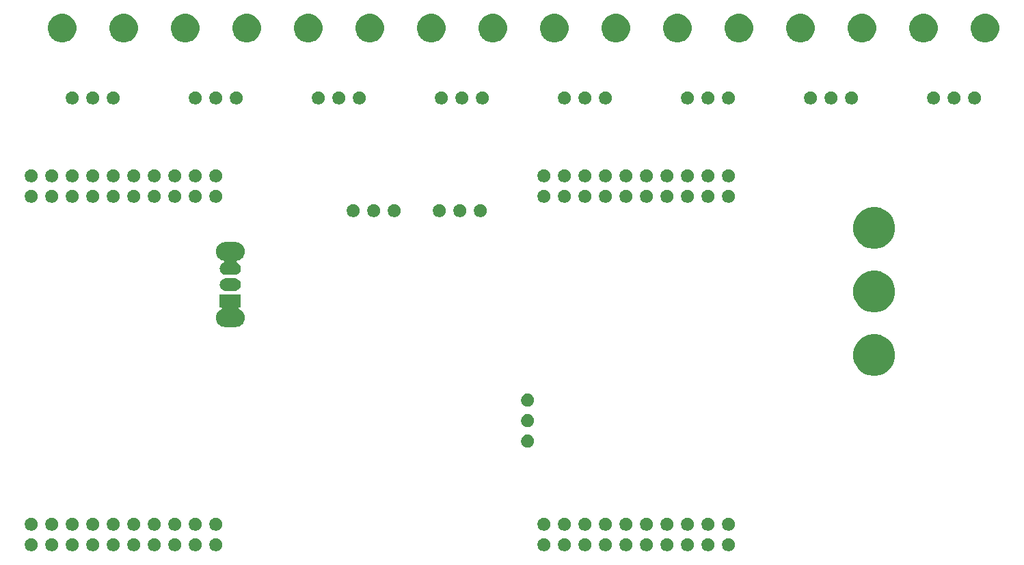
<source format=gbr>
G04 #@! TF.GenerationSoftware,KiCad,Pcbnew,(5.1.4)-1*
G04 #@! TF.CreationDate,2020-11-27T16:32:11-06:00*
G04 #@! TF.ProjectId,gimble_board,67696d62-6c65-45f6-926f-6172642e6b69,rev?*
G04 #@! TF.SameCoordinates,Original*
G04 #@! TF.FileFunction,Soldermask,Bot*
G04 #@! TF.FilePolarity,Negative*
%FSLAX46Y46*%
G04 Gerber Fmt 4.6, Leading zero omitted, Abs format (unit mm)*
G04 Created by KiCad (PCBNEW (5.1.4)-1) date 2020-11-27 16:32:11*
%MOMM*%
%LPD*%
G04 APERTURE LIST*
%ADD10C,0.100000*%
G04 APERTURE END LIST*
D10*
G36*
X133586560Y-118600166D02*
G01*
X133734153Y-118661301D01*
X133866982Y-118750055D01*
X133979945Y-118863018D01*
X134068699Y-118995847D01*
X134129834Y-119143440D01*
X134161000Y-119300123D01*
X134161000Y-119459877D01*
X134129834Y-119616560D01*
X134068699Y-119764153D01*
X133979945Y-119896982D01*
X133866982Y-120009945D01*
X133734153Y-120098699D01*
X133734152Y-120098700D01*
X133734151Y-120098700D01*
X133586560Y-120159834D01*
X133429878Y-120191000D01*
X133270122Y-120191000D01*
X133113440Y-120159834D01*
X132965849Y-120098700D01*
X132965848Y-120098700D01*
X132965847Y-120098699D01*
X132833018Y-120009945D01*
X132720055Y-119896982D01*
X132631301Y-119764153D01*
X132570166Y-119616560D01*
X132539000Y-119459877D01*
X132539000Y-119300123D01*
X132570166Y-119143440D01*
X132631301Y-118995847D01*
X132720055Y-118863018D01*
X132833018Y-118750055D01*
X132965847Y-118661301D01*
X133113440Y-118600166D01*
X133270122Y-118569000D01*
X133429878Y-118569000D01*
X133586560Y-118600166D01*
X133586560Y-118600166D01*
G37*
G36*
X47226560Y-118600166D02*
G01*
X47374153Y-118661301D01*
X47506982Y-118750055D01*
X47619945Y-118863018D01*
X47708699Y-118995847D01*
X47769834Y-119143440D01*
X47801000Y-119300123D01*
X47801000Y-119459877D01*
X47769834Y-119616560D01*
X47708699Y-119764153D01*
X47619945Y-119896982D01*
X47506982Y-120009945D01*
X47374153Y-120098699D01*
X47374152Y-120098700D01*
X47374151Y-120098700D01*
X47226560Y-120159834D01*
X47069878Y-120191000D01*
X46910122Y-120191000D01*
X46753440Y-120159834D01*
X46605849Y-120098700D01*
X46605848Y-120098700D01*
X46605847Y-120098699D01*
X46473018Y-120009945D01*
X46360055Y-119896982D01*
X46271301Y-119764153D01*
X46210166Y-119616560D01*
X46179000Y-119459877D01*
X46179000Y-119300123D01*
X46210166Y-119143440D01*
X46271301Y-118995847D01*
X46360055Y-118863018D01*
X46473018Y-118750055D01*
X46605847Y-118661301D01*
X46753440Y-118600166D01*
X46910122Y-118569000D01*
X47069878Y-118569000D01*
X47226560Y-118600166D01*
X47226560Y-118600166D01*
G37*
G36*
X110726560Y-118600166D02*
G01*
X110874153Y-118661301D01*
X111006982Y-118750055D01*
X111119945Y-118863018D01*
X111208699Y-118995847D01*
X111269834Y-119143440D01*
X111301000Y-119300123D01*
X111301000Y-119459877D01*
X111269834Y-119616560D01*
X111208699Y-119764153D01*
X111119945Y-119896982D01*
X111006982Y-120009945D01*
X110874153Y-120098699D01*
X110874152Y-120098700D01*
X110874151Y-120098700D01*
X110726560Y-120159834D01*
X110569878Y-120191000D01*
X110410122Y-120191000D01*
X110253440Y-120159834D01*
X110105849Y-120098700D01*
X110105848Y-120098700D01*
X110105847Y-120098699D01*
X109973018Y-120009945D01*
X109860055Y-119896982D01*
X109771301Y-119764153D01*
X109710166Y-119616560D01*
X109679000Y-119459877D01*
X109679000Y-119300123D01*
X109710166Y-119143440D01*
X109771301Y-118995847D01*
X109860055Y-118863018D01*
X109973018Y-118750055D01*
X110105847Y-118661301D01*
X110253440Y-118600166D01*
X110410122Y-118569000D01*
X110569878Y-118569000D01*
X110726560Y-118600166D01*
X110726560Y-118600166D01*
G37*
G36*
X125966560Y-118600166D02*
G01*
X126114153Y-118661301D01*
X126246982Y-118750055D01*
X126359945Y-118863018D01*
X126448699Y-118995847D01*
X126509834Y-119143440D01*
X126541000Y-119300123D01*
X126541000Y-119459877D01*
X126509834Y-119616560D01*
X126448699Y-119764153D01*
X126359945Y-119896982D01*
X126246982Y-120009945D01*
X126114153Y-120098699D01*
X126114152Y-120098700D01*
X126114151Y-120098700D01*
X125966560Y-120159834D01*
X125809878Y-120191000D01*
X125650122Y-120191000D01*
X125493440Y-120159834D01*
X125345849Y-120098700D01*
X125345848Y-120098700D01*
X125345847Y-120098699D01*
X125213018Y-120009945D01*
X125100055Y-119896982D01*
X125011301Y-119764153D01*
X124950166Y-119616560D01*
X124919000Y-119459877D01*
X124919000Y-119300123D01*
X124950166Y-119143440D01*
X125011301Y-118995847D01*
X125100055Y-118863018D01*
X125213018Y-118750055D01*
X125345847Y-118661301D01*
X125493440Y-118600166D01*
X125650122Y-118569000D01*
X125809878Y-118569000D01*
X125966560Y-118600166D01*
X125966560Y-118600166D01*
G37*
G36*
X113266560Y-118600166D02*
G01*
X113414153Y-118661301D01*
X113546982Y-118750055D01*
X113659945Y-118863018D01*
X113748699Y-118995847D01*
X113809834Y-119143440D01*
X113841000Y-119300123D01*
X113841000Y-119459877D01*
X113809834Y-119616560D01*
X113748699Y-119764153D01*
X113659945Y-119896982D01*
X113546982Y-120009945D01*
X113414153Y-120098699D01*
X113414152Y-120098700D01*
X113414151Y-120098700D01*
X113266560Y-120159834D01*
X113109878Y-120191000D01*
X112950122Y-120191000D01*
X112793440Y-120159834D01*
X112645849Y-120098700D01*
X112645848Y-120098700D01*
X112645847Y-120098699D01*
X112513018Y-120009945D01*
X112400055Y-119896982D01*
X112311301Y-119764153D01*
X112250166Y-119616560D01*
X112219000Y-119459877D01*
X112219000Y-119300123D01*
X112250166Y-119143440D01*
X112311301Y-118995847D01*
X112400055Y-118863018D01*
X112513018Y-118750055D01*
X112645847Y-118661301D01*
X112793440Y-118600166D01*
X112950122Y-118569000D01*
X113109878Y-118569000D01*
X113266560Y-118600166D01*
X113266560Y-118600166D01*
G37*
G36*
X115806560Y-118600166D02*
G01*
X115954153Y-118661301D01*
X116086982Y-118750055D01*
X116199945Y-118863018D01*
X116288699Y-118995847D01*
X116349834Y-119143440D01*
X116381000Y-119300123D01*
X116381000Y-119459877D01*
X116349834Y-119616560D01*
X116288699Y-119764153D01*
X116199945Y-119896982D01*
X116086982Y-120009945D01*
X115954153Y-120098699D01*
X115954152Y-120098700D01*
X115954151Y-120098700D01*
X115806560Y-120159834D01*
X115649878Y-120191000D01*
X115490122Y-120191000D01*
X115333440Y-120159834D01*
X115185849Y-120098700D01*
X115185848Y-120098700D01*
X115185847Y-120098699D01*
X115053018Y-120009945D01*
X114940055Y-119896982D01*
X114851301Y-119764153D01*
X114790166Y-119616560D01*
X114759000Y-119459877D01*
X114759000Y-119300123D01*
X114790166Y-119143440D01*
X114851301Y-118995847D01*
X114940055Y-118863018D01*
X115053018Y-118750055D01*
X115185847Y-118661301D01*
X115333440Y-118600166D01*
X115490122Y-118569000D01*
X115649878Y-118569000D01*
X115806560Y-118600166D01*
X115806560Y-118600166D01*
G37*
G36*
X118346560Y-118600166D02*
G01*
X118494153Y-118661301D01*
X118626982Y-118750055D01*
X118739945Y-118863018D01*
X118828699Y-118995847D01*
X118889834Y-119143440D01*
X118921000Y-119300123D01*
X118921000Y-119459877D01*
X118889834Y-119616560D01*
X118828699Y-119764153D01*
X118739945Y-119896982D01*
X118626982Y-120009945D01*
X118494153Y-120098699D01*
X118494152Y-120098700D01*
X118494151Y-120098700D01*
X118346560Y-120159834D01*
X118189878Y-120191000D01*
X118030122Y-120191000D01*
X117873440Y-120159834D01*
X117725849Y-120098700D01*
X117725848Y-120098700D01*
X117725847Y-120098699D01*
X117593018Y-120009945D01*
X117480055Y-119896982D01*
X117391301Y-119764153D01*
X117330166Y-119616560D01*
X117299000Y-119459877D01*
X117299000Y-119300123D01*
X117330166Y-119143440D01*
X117391301Y-118995847D01*
X117480055Y-118863018D01*
X117593018Y-118750055D01*
X117725847Y-118661301D01*
X117873440Y-118600166D01*
X118030122Y-118569000D01*
X118189878Y-118569000D01*
X118346560Y-118600166D01*
X118346560Y-118600166D01*
G37*
G36*
X120886560Y-118600166D02*
G01*
X121034153Y-118661301D01*
X121166982Y-118750055D01*
X121279945Y-118863018D01*
X121368699Y-118995847D01*
X121429834Y-119143440D01*
X121461000Y-119300123D01*
X121461000Y-119459877D01*
X121429834Y-119616560D01*
X121368699Y-119764153D01*
X121279945Y-119896982D01*
X121166982Y-120009945D01*
X121034153Y-120098699D01*
X121034152Y-120098700D01*
X121034151Y-120098700D01*
X120886560Y-120159834D01*
X120729878Y-120191000D01*
X120570122Y-120191000D01*
X120413440Y-120159834D01*
X120265849Y-120098700D01*
X120265848Y-120098700D01*
X120265847Y-120098699D01*
X120133018Y-120009945D01*
X120020055Y-119896982D01*
X119931301Y-119764153D01*
X119870166Y-119616560D01*
X119839000Y-119459877D01*
X119839000Y-119300123D01*
X119870166Y-119143440D01*
X119931301Y-118995847D01*
X120020055Y-118863018D01*
X120133018Y-118750055D01*
X120265847Y-118661301D01*
X120413440Y-118600166D01*
X120570122Y-118569000D01*
X120729878Y-118569000D01*
X120886560Y-118600166D01*
X120886560Y-118600166D01*
G37*
G36*
X123426560Y-118600166D02*
G01*
X123574153Y-118661301D01*
X123706982Y-118750055D01*
X123819945Y-118863018D01*
X123908699Y-118995847D01*
X123969834Y-119143440D01*
X124001000Y-119300123D01*
X124001000Y-119459877D01*
X123969834Y-119616560D01*
X123908699Y-119764153D01*
X123819945Y-119896982D01*
X123706982Y-120009945D01*
X123574153Y-120098699D01*
X123574152Y-120098700D01*
X123574151Y-120098700D01*
X123426560Y-120159834D01*
X123269878Y-120191000D01*
X123110122Y-120191000D01*
X122953440Y-120159834D01*
X122805849Y-120098700D01*
X122805848Y-120098700D01*
X122805847Y-120098699D01*
X122673018Y-120009945D01*
X122560055Y-119896982D01*
X122471301Y-119764153D01*
X122410166Y-119616560D01*
X122379000Y-119459877D01*
X122379000Y-119300123D01*
X122410166Y-119143440D01*
X122471301Y-118995847D01*
X122560055Y-118863018D01*
X122673018Y-118750055D01*
X122805847Y-118661301D01*
X122953440Y-118600166D01*
X123110122Y-118569000D01*
X123269878Y-118569000D01*
X123426560Y-118600166D01*
X123426560Y-118600166D01*
G37*
G36*
X128506560Y-118600166D02*
G01*
X128654153Y-118661301D01*
X128786982Y-118750055D01*
X128899945Y-118863018D01*
X128988699Y-118995847D01*
X129049834Y-119143440D01*
X129081000Y-119300123D01*
X129081000Y-119459877D01*
X129049834Y-119616560D01*
X128988699Y-119764153D01*
X128899945Y-119896982D01*
X128786982Y-120009945D01*
X128654153Y-120098699D01*
X128654152Y-120098700D01*
X128654151Y-120098700D01*
X128506560Y-120159834D01*
X128349878Y-120191000D01*
X128190122Y-120191000D01*
X128033440Y-120159834D01*
X127885849Y-120098700D01*
X127885848Y-120098700D01*
X127885847Y-120098699D01*
X127753018Y-120009945D01*
X127640055Y-119896982D01*
X127551301Y-119764153D01*
X127490166Y-119616560D01*
X127459000Y-119459877D01*
X127459000Y-119300123D01*
X127490166Y-119143440D01*
X127551301Y-118995847D01*
X127640055Y-118863018D01*
X127753018Y-118750055D01*
X127885847Y-118661301D01*
X128033440Y-118600166D01*
X128190122Y-118569000D01*
X128349878Y-118569000D01*
X128506560Y-118600166D01*
X128506560Y-118600166D01*
G37*
G36*
X131046560Y-118600166D02*
G01*
X131194153Y-118661301D01*
X131326982Y-118750055D01*
X131439945Y-118863018D01*
X131528699Y-118995847D01*
X131589834Y-119143440D01*
X131621000Y-119300123D01*
X131621000Y-119459877D01*
X131589834Y-119616560D01*
X131528699Y-119764153D01*
X131439945Y-119896982D01*
X131326982Y-120009945D01*
X131194153Y-120098699D01*
X131194152Y-120098700D01*
X131194151Y-120098700D01*
X131046560Y-120159834D01*
X130889878Y-120191000D01*
X130730122Y-120191000D01*
X130573440Y-120159834D01*
X130425849Y-120098700D01*
X130425848Y-120098700D01*
X130425847Y-120098699D01*
X130293018Y-120009945D01*
X130180055Y-119896982D01*
X130091301Y-119764153D01*
X130030166Y-119616560D01*
X129999000Y-119459877D01*
X129999000Y-119300123D01*
X130030166Y-119143440D01*
X130091301Y-118995847D01*
X130180055Y-118863018D01*
X130293018Y-118750055D01*
X130425847Y-118661301D01*
X130573440Y-118600166D01*
X130730122Y-118569000D01*
X130889878Y-118569000D01*
X131046560Y-118600166D01*
X131046560Y-118600166D01*
G37*
G36*
X52306560Y-118600166D02*
G01*
X52454153Y-118661301D01*
X52586982Y-118750055D01*
X52699945Y-118863018D01*
X52788699Y-118995847D01*
X52849834Y-119143440D01*
X52881000Y-119300123D01*
X52881000Y-119459877D01*
X52849834Y-119616560D01*
X52788699Y-119764153D01*
X52699945Y-119896982D01*
X52586982Y-120009945D01*
X52454153Y-120098699D01*
X52454152Y-120098700D01*
X52454151Y-120098700D01*
X52306560Y-120159834D01*
X52149878Y-120191000D01*
X51990122Y-120191000D01*
X51833440Y-120159834D01*
X51685849Y-120098700D01*
X51685848Y-120098700D01*
X51685847Y-120098699D01*
X51553018Y-120009945D01*
X51440055Y-119896982D01*
X51351301Y-119764153D01*
X51290166Y-119616560D01*
X51259000Y-119459877D01*
X51259000Y-119300123D01*
X51290166Y-119143440D01*
X51351301Y-118995847D01*
X51440055Y-118863018D01*
X51553018Y-118750055D01*
X51685847Y-118661301D01*
X51833440Y-118600166D01*
X51990122Y-118569000D01*
X52149878Y-118569000D01*
X52306560Y-118600166D01*
X52306560Y-118600166D01*
G37*
G36*
X54846560Y-118600166D02*
G01*
X54994153Y-118661301D01*
X55126982Y-118750055D01*
X55239945Y-118863018D01*
X55328699Y-118995847D01*
X55389834Y-119143440D01*
X55421000Y-119300123D01*
X55421000Y-119459877D01*
X55389834Y-119616560D01*
X55328699Y-119764153D01*
X55239945Y-119896982D01*
X55126982Y-120009945D01*
X54994153Y-120098699D01*
X54994152Y-120098700D01*
X54994151Y-120098700D01*
X54846560Y-120159834D01*
X54689878Y-120191000D01*
X54530122Y-120191000D01*
X54373440Y-120159834D01*
X54225849Y-120098700D01*
X54225848Y-120098700D01*
X54225847Y-120098699D01*
X54093018Y-120009945D01*
X53980055Y-119896982D01*
X53891301Y-119764153D01*
X53830166Y-119616560D01*
X53799000Y-119459877D01*
X53799000Y-119300123D01*
X53830166Y-119143440D01*
X53891301Y-118995847D01*
X53980055Y-118863018D01*
X54093018Y-118750055D01*
X54225847Y-118661301D01*
X54373440Y-118600166D01*
X54530122Y-118569000D01*
X54689878Y-118569000D01*
X54846560Y-118600166D01*
X54846560Y-118600166D01*
G37*
G36*
X57386560Y-118600166D02*
G01*
X57534153Y-118661301D01*
X57666982Y-118750055D01*
X57779945Y-118863018D01*
X57868699Y-118995847D01*
X57929834Y-119143440D01*
X57961000Y-119300123D01*
X57961000Y-119459877D01*
X57929834Y-119616560D01*
X57868699Y-119764153D01*
X57779945Y-119896982D01*
X57666982Y-120009945D01*
X57534153Y-120098699D01*
X57534152Y-120098700D01*
X57534151Y-120098700D01*
X57386560Y-120159834D01*
X57229878Y-120191000D01*
X57070122Y-120191000D01*
X56913440Y-120159834D01*
X56765849Y-120098700D01*
X56765848Y-120098700D01*
X56765847Y-120098699D01*
X56633018Y-120009945D01*
X56520055Y-119896982D01*
X56431301Y-119764153D01*
X56370166Y-119616560D01*
X56339000Y-119459877D01*
X56339000Y-119300123D01*
X56370166Y-119143440D01*
X56431301Y-118995847D01*
X56520055Y-118863018D01*
X56633018Y-118750055D01*
X56765847Y-118661301D01*
X56913440Y-118600166D01*
X57070122Y-118569000D01*
X57229878Y-118569000D01*
X57386560Y-118600166D01*
X57386560Y-118600166D01*
G37*
G36*
X59926560Y-118600166D02*
G01*
X60074153Y-118661301D01*
X60206982Y-118750055D01*
X60319945Y-118863018D01*
X60408699Y-118995847D01*
X60469834Y-119143440D01*
X60501000Y-119300123D01*
X60501000Y-119459877D01*
X60469834Y-119616560D01*
X60408699Y-119764153D01*
X60319945Y-119896982D01*
X60206982Y-120009945D01*
X60074153Y-120098699D01*
X60074152Y-120098700D01*
X60074151Y-120098700D01*
X59926560Y-120159834D01*
X59769878Y-120191000D01*
X59610122Y-120191000D01*
X59453440Y-120159834D01*
X59305849Y-120098700D01*
X59305848Y-120098700D01*
X59305847Y-120098699D01*
X59173018Y-120009945D01*
X59060055Y-119896982D01*
X58971301Y-119764153D01*
X58910166Y-119616560D01*
X58879000Y-119459877D01*
X58879000Y-119300123D01*
X58910166Y-119143440D01*
X58971301Y-118995847D01*
X59060055Y-118863018D01*
X59173018Y-118750055D01*
X59305847Y-118661301D01*
X59453440Y-118600166D01*
X59610122Y-118569000D01*
X59769878Y-118569000D01*
X59926560Y-118600166D01*
X59926560Y-118600166D01*
G37*
G36*
X62466560Y-118600166D02*
G01*
X62614153Y-118661301D01*
X62746982Y-118750055D01*
X62859945Y-118863018D01*
X62948699Y-118995847D01*
X63009834Y-119143440D01*
X63041000Y-119300123D01*
X63041000Y-119459877D01*
X63009834Y-119616560D01*
X62948699Y-119764153D01*
X62859945Y-119896982D01*
X62746982Y-120009945D01*
X62614153Y-120098699D01*
X62614152Y-120098700D01*
X62614151Y-120098700D01*
X62466560Y-120159834D01*
X62309878Y-120191000D01*
X62150122Y-120191000D01*
X61993440Y-120159834D01*
X61845849Y-120098700D01*
X61845848Y-120098700D01*
X61845847Y-120098699D01*
X61713018Y-120009945D01*
X61600055Y-119896982D01*
X61511301Y-119764153D01*
X61450166Y-119616560D01*
X61419000Y-119459877D01*
X61419000Y-119300123D01*
X61450166Y-119143440D01*
X61511301Y-118995847D01*
X61600055Y-118863018D01*
X61713018Y-118750055D01*
X61845847Y-118661301D01*
X61993440Y-118600166D01*
X62150122Y-118569000D01*
X62309878Y-118569000D01*
X62466560Y-118600166D01*
X62466560Y-118600166D01*
G37*
G36*
X65006560Y-118600166D02*
G01*
X65154153Y-118661301D01*
X65286982Y-118750055D01*
X65399945Y-118863018D01*
X65488699Y-118995847D01*
X65549834Y-119143440D01*
X65581000Y-119300123D01*
X65581000Y-119459877D01*
X65549834Y-119616560D01*
X65488699Y-119764153D01*
X65399945Y-119896982D01*
X65286982Y-120009945D01*
X65154153Y-120098699D01*
X65154152Y-120098700D01*
X65154151Y-120098700D01*
X65006560Y-120159834D01*
X64849878Y-120191000D01*
X64690122Y-120191000D01*
X64533440Y-120159834D01*
X64385849Y-120098700D01*
X64385848Y-120098700D01*
X64385847Y-120098699D01*
X64253018Y-120009945D01*
X64140055Y-119896982D01*
X64051301Y-119764153D01*
X63990166Y-119616560D01*
X63959000Y-119459877D01*
X63959000Y-119300123D01*
X63990166Y-119143440D01*
X64051301Y-118995847D01*
X64140055Y-118863018D01*
X64253018Y-118750055D01*
X64385847Y-118661301D01*
X64533440Y-118600166D01*
X64690122Y-118569000D01*
X64849878Y-118569000D01*
X65006560Y-118600166D01*
X65006560Y-118600166D01*
G37*
G36*
X67546560Y-118600166D02*
G01*
X67694153Y-118661301D01*
X67826982Y-118750055D01*
X67939945Y-118863018D01*
X68028699Y-118995847D01*
X68089834Y-119143440D01*
X68121000Y-119300123D01*
X68121000Y-119459877D01*
X68089834Y-119616560D01*
X68028699Y-119764153D01*
X67939945Y-119896982D01*
X67826982Y-120009945D01*
X67694153Y-120098699D01*
X67694152Y-120098700D01*
X67694151Y-120098700D01*
X67546560Y-120159834D01*
X67389878Y-120191000D01*
X67230122Y-120191000D01*
X67073440Y-120159834D01*
X66925849Y-120098700D01*
X66925848Y-120098700D01*
X66925847Y-120098699D01*
X66793018Y-120009945D01*
X66680055Y-119896982D01*
X66591301Y-119764153D01*
X66530166Y-119616560D01*
X66499000Y-119459877D01*
X66499000Y-119300123D01*
X66530166Y-119143440D01*
X66591301Y-118995847D01*
X66680055Y-118863018D01*
X66793018Y-118750055D01*
X66925847Y-118661301D01*
X67073440Y-118600166D01*
X67230122Y-118569000D01*
X67389878Y-118569000D01*
X67546560Y-118600166D01*
X67546560Y-118600166D01*
G37*
G36*
X70086560Y-118600166D02*
G01*
X70234153Y-118661301D01*
X70366982Y-118750055D01*
X70479945Y-118863018D01*
X70568699Y-118995847D01*
X70629834Y-119143440D01*
X70661000Y-119300123D01*
X70661000Y-119459877D01*
X70629834Y-119616560D01*
X70568699Y-119764153D01*
X70479945Y-119896982D01*
X70366982Y-120009945D01*
X70234153Y-120098699D01*
X70234152Y-120098700D01*
X70234151Y-120098700D01*
X70086560Y-120159834D01*
X69929878Y-120191000D01*
X69770122Y-120191000D01*
X69613440Y-120159834D01*
X69465849Y-120098700D01*
X69465848Y-120098700D01*
X69465847Y-120098699D01*
X69333018Y-120009945D01*
X69220055Y-119896982D01*
X69131301Y-119764153D01*
X69070166Y-119616560D01*
X69039000Y-119459877D01*
X69039000Y-119300123D01*
X69070166Y-119143440D01*
X69131301Y-118995847D01*
X69220055Y-118863018D01*
X69333018Y-118750055D01*
X69465847Y-118661301D01*
X69613440Y-118600166D01*
X69770122Y-118569000D01*
X69929878Y-118569000D01*
X70086560Y-118600166D01*
X70086560Y-118600166D01*
G37*
G36*
X49766560Y-118600166D02*
G01*
X49914153Y-118661301D01*
X50046982Y-118750055D01*
X50159945Y-118863018D01*
X50248699Y-118995847D01*
X50309834Y-119143440D01*
X50341000Y-119300123D01*
X50341000Y-119459877D01*
X50309834Y-119616560D01*
X50248699Y-119764153D01*
X50159945Y-119896982D01*
X50046982Y-120009945D01*
X49914153Y-120098699D01*
X49914152Y-120098700D01*
X49914151Y-120098700D01*
X49766560Y-120159834D01*
X49609878Y-120191000D01*
X49450122Y-120191000D01*
X49293440Y-120159834D01*
X49145849Y-120098700D01*
X49145848Y-120098700D01*
X49145847Y-120098699D01*
X49013018Y-120009945D01*
X48900055Y-119896982D01*
X48811301Y-119764153D01*
X48750166Y-119616560D01*
X48719000Y-119459877D01*
X48719000Y-119300123D01*
X48750166Y-119143440D01*
X48811301Y-118995847D01*
X48900055Y-118863018D01*
X49013018Y-118750055D01*
X49145847Y-118661301D01*
X49293440Y-118600166D01*
X49450122Y-118569000D01*
X49609878Y-118569000D01*
X49766560Y-118600166D01*
X49766560Y-118600166D01*
G37*
G36*
X57386560Y-116060166D02*
G01*
X57534153Y-116121301D01*
X57666982Y-116210055D01*
X57779945Y-116323018D01*
X57868699Y-116455847D01*
X57929834Y-116603440D01*
X57961000Y-116760123D01*
X57961000Y-116919877D01*
X57929834Y-117076560D01*
X57868699Y-117224153D01*
X57779945Y-117356982D01*
X57666982Y-117469945D01*
X57534153Y-117558699D01*
X57534152Y-117558700D01*
X57534151Y-117558700D01*
X57386560Y-117619834D01*
X57229878Y-117651000D01*
X57070122Y-117651000D01*
X56913440Y-117619834D01*
X56765849Y-117558700D01*
X56765848Y-117558700D01*
X56765847Y-117558699D01*
X56633018Y-117469945D01*
X56520055Y-117356982D01*
X56431301Y-117224153D01*
X56370166Y-117076560D01*
X56339000Y-116919877D01*
X56339000Y-116760123D01*
X56370166Y-116603440D01*
X56431301Y-116455847D01*
X56520055Y-116323018D01*
X56633018Y-116210055D01*
X56765847Y-116121301D01*
X56913440Y-116060166D01*
X57070122Y-116029000D01*
X57229878Y-116029000D01*
X57386560Y-116060166D01*
X57386560Y-116060166D01*
G37*
G36*
X54846560Y-116060166D02*
G01*
X54994153Y-116121301D01*
X55126982Y-116210055D01*
X55239945Y-116323018D01*
X55328699Y-116455847D01*
X55389834Y-116603440D01*
X55421000Y-116760123D01*
X55421000Y-116919877D01*
X55389834Y-117076560D01*
X55328699Y-117224153D01*
X55239945Y-117356982D01*
X55126982Y-117469945D01*
X54994153Y-117558699D01*
X54994152Y-117558700D01*
X54994151Y-117558700D01*
X54846560Y-117619834D01*
X54689878Y-117651000D01*
X54530122Y-117651000D01*
X54373440Y-117619834D01*
X54225849Y-117558700D01*
X54225848Y-117558700D01*
X54225847Y-117558699D01*
X54093018Y-117469945D01*
X53980055Y-117356982D01*
X53891301Y-117224153D01*
X53830166Y-117076560D01*
X53799000Y-116919877D01*
X53799000Y-116760123D01*
X53830166Y-116603440D01*
X53891301Y-116455847D01*
X53980055Y-116323018D01*
X54093018Y-116210055D01*
X54225847Y-116121301D01*
X54373440Y-116060166D01*
X54530122Y-116029000D01*
X54689878Y-116029000D01*
X54846560Y-116060166D01*
X54846560Y-116060166D01*
G37*
G36*
X49766560Y-116060166D02*
G01*
X49914153Y-116121301D01*
X50046982Y-116210055D01*
X50159945Y-116323018D01*
X50248699Y-116455847D01*
X50309834Y-116603440D01*
X50341000Y-116760123D01*
X50341000Y-116919877D01*
X50309834Y-117076560D01*
X50248699Y-117224153D01*
X50159945Y-117356982D01*
X50046982Y-117469945D01*
X49914153Y-117558699D01*
X49914152Y-117558700D01*
X49914151Y-117558700D01*
X49766560Y-117619834D01*
X49609878Y-117651000D01*
X49450122Y-117651000D01*
X49293440Y-117619834D01*
X49145849Y-117558700D01*
X49145848Y-117558700D01*
X49145847Y-117558699D01*
X49013018Y-117469945D01*
X48900055Y-117356982D01*
X48811301Y-117224153D01*
X48750166Y-117076560D01*
X48719000Y-116919877D01*
X48719000Y-116760123D01*
X48750166Y-116603440D01*
X48811301Y-116455847D01*
X48900055Y-116323018D01*
X49013018Y-116210055D01*
X49145847Y-116121301D01*
X49293440Y-116060166D01*
X49450122Y-116029000D01*
X49609878Y-116029000D01*
X49766560Y-116060166D01*
X49766560Y-116060166D01*
G37*
G36*
X47226560Y-116060166D02*
G01*
X47374153Y-116121301D01*
X47506982Y-116210055D01*
X47619945Y-116323018D01*
X47708699Y-116455847D01*
X47769834Y-116603440D01*
X47801000Y-116760123D01*
X47801000Y-116919877D01*
X47769834Y-117076560D01*
X47708699Y-117224153D01*
X47619945Y-117356982D01*
X47506982Y-117469945D01*
X47374153Y-117558699D01*
X47374152Y-117558700D01*
X47374151Y-117558700D01*
X47226560Y-117619834D01*
X47069878Y-117651000D01*
X46910122Y-117651000D01*
X46753440Y-117619834D01*
X46605849Y-117558700D01*
X46605848Y-117558700D01*
X46605847Y-117558699D01*
X46473018Y-117469945D01*
X46360055Y-117356982D01*
X46271301Y-117224153D01*
X46210166Y-117076560D01*
X46179000Y-116919877D01*
X46179000Y-116760123D01*
X46210166Y-116603440D01*
X46271301Y-116455847D01*
X46360055Y-116323018D01*
X46473018Y-116210055D01*
X46605847Y-116121301D01*
X46753440Y-116060166D01*
X46910122Y-116029000D01*
X47069878Y-116029000D01*
X47226560Y-116060166D01*
X47226560Y-116060166D01*
G37*
G36*
X113266560Y-116060166D02*
G01*
X113414153Y-116121301D01*
X113546982Y-116210055D01*
X113659945Y-116323018D01*
X113748699Y-116455847D01*
X113809834Y-116603440D01*
X113841000Y-116760123D01*
X113841000Y-116919877D01*
X113809834Y-117076560D01*
X113748699Y-117224153D01*
X113659945Y-117356982D01*
X113546982Y-117469945D01*
X113414153Y-117558699D01*
X113414152Y-117558700D01*
X113414151Y-117558700D01*
X113266560Y-117619834D01*
X113109878Y-117651000D01*
X112950122Y-117651000D01*
X112793440Y-117619834D01*
X112645849Y-117558700D01*
X112645848Y-117558700D01*
X112645847Y-117558699D01*
X112513018Y-117469945D01*
X112400055Y-117356982D01*
X112311301Y-117224153D01*
X112250166Y-117076560D01*
X112219000Y-116919877D01*
X112219000Y-116760123D01*
X112250166Y-116603440D01*
X112311301Y-116455847D01*
X112400055Y-116323018D01*
X112513018Y-116210055D01*
X112645847Y-116121301D01*
X112793440Y-116060166D01*
X112950122Y-116029000D01*
X113109878Y-116029000D01*
X113266560Y-116060166D01*
X113266560Y-116060166D01*
G37*
G36*
X110726560Y-116060166D02*
G01*
X110874153Y-116121301D01*
X111006982Y-116210055D01*
X111119945Y-116323018D01*
X111208699Y-116455847D01*
X111269834Y-116603440D01*
X111301000Y-116760123D01*
X111301000Y-116919877D01*
X111269834Y-117076560D01*
X111208699Y-117224153D01*
X111119945Y-117356982D01*
X111006982Y-117469945D01*
X110874153Y-117558699D01*
X110874152Y-117558700D01*
X110874151Y-117558700D01*
X110726560Y-117619834D01*
X110569878Y-117651000D01*
X110410122Y-117651000D01*
X110253440Y-117619834D01*
X110105849Y-117558700D01*
X110105848Y-117558700D01*
X110105847Y-117558699D01*
X109973018Y-117469945D01*
X109860055Y-117356982D01*
X109771301Y-117224153D01*
X109710166Y-117076560D01*
X109679000Y-116919877D01*
X109679000Y-116760123D01*
X109710166Y-116603440D01*
X109771301Y-116455847D01*
X109860055Y-116323018D01*
X109973018Y-116210055D01*
X110105847Y-116121301D01*
X110253440Y-116060166D01*
X110410122Y-116029000D01*
X110569878Y-116029000D01*
X110726560Y-116060166D01*
X110726560Y-116060166D01*
G37*
G36*
X131046560Y-116060166D02*
G01*
X131194153Y-116121301D01*
X131326982Y-116210055D01*
X131439945Y-116323018D01*
X131528699Y-116455847D01*
X131589834Y-116603440D01*
X131621000Y-116760123D01*
X131621000Y-116919877D01*
X131589834Y-117076560D01*
X131528699Y-117224153D01*
X131439945Y-117356982D01*
X131326982Y-117469945D01*
X131194153Y-117558699D01*
X131194152Y-117558700D01*
X131194151Y-117558700D01*
X131046560Y-117619834D01*
X130889878Y-117651000D01*
X130730122Y-117651000D01*
X130573440Y-117619834D01*
X130425849Y-117558700D01*
X130425848Y-117558700D01*
X130425847Y-117558699D01*
X130293018Y-117469945D01*
X130180055Y-117356982D01*
X130091301Y-117224153D01*
X130030166Y-117076560D01*
X129999000Y-116919877D01*
X129999000Y-116760123D01*
X130030166Y-116603440D01*
X130091301Y-116455847D01*
X130180055Y-116323018D01*
X130293018Y-116210055D01*
X130425847Y-116121301D01*
X130573440Y-116060166D01*
X130730122Y-116029000D01*
X130889878Y-116029000D01*
X131046560Y-116060166D01*
X131046560Y-116060166D01*
G37*
G36*
X123426560Y-116060166D02*
G01*
X123574153Y-116121301D01*
X123706982Y-116210055D01*
X123819945Y-116323018D01*
X123908699Y-116455847D01*
X123969834Y-116603440D01*
X124001000Y-116760123D01*
X124001000Y-116919877D01*
X123969834Y-117076560D01*
X123908699Y-117224153D01*
X123819945Y-117356982D01*
X123706982Y-117469945D01*
X123574153Y-117558699D01*
X123574152Y-117558700D01*
X123574151Y-117558700D01*
X123426560Y-117619834D01*
X123269878Y-117651000D01*
X123110122Y-117651000D01*
X122953440Y-117619834D01*
X122805849Y-117558700D01*
X122805848Y-117558700D01*
X122805847Y-117558699D01*
X122673018Y-117469945D01*
X122560055Y-117356982D01*
X122471301Y-117224153D01*
X122410166Y-117076560D01*
X122379000Y-116919877D01*
X122379000Y-116760123D01*
X122410166Y-116603440D01*
X122471301Y-116455847D01*
X122560055Y-116323018D01*
X122673018Y-116210055D01*
X122805847Y-116121301D01*
X122953440Y-116060166D01*
X123110122Y-116029000D01*
X123269878Y-116029000D01*
X123426560Y-116060166D01*
X123426560Y-116060166D01*
G37*
G36*
X120886560Y-116060166D02*
G01*
X121034153Y-116121301D01*
X121166982Y-116210055D01*
X121279945Y-116323018D01*
X121368699Y-116455847D01*
X121429834Y-116603440D01*
X121461000Y-116760123D01*
X121461000Y-116919877D01*
X121429834Y-117076560D01*
X121368699Y-117224153D01*
X121279945Y-117356982D01*
X121166982Y-117469945D01*
X121034153Y-117558699D01*
X121034152Y-117558700D01*
X121034151Y-117558700D01*
X120886560Y-117619834D01*
X120729878Y-117651000D01*
X120570122Y-117651000D01*
X120413440Y-117619834D01*
X120265849Y-117558700D01*
X120265848Y-117558700D01*
X120265847Y-117558699D01*
X120133018Y-117469945D01*
X120020055Y-117356982D01*
X119931301Y-117224153D01*
X119870166Y-117076560D01*
X119839000Y-116919877D01*
X119839000Y-116760123D01*
X119870166Y-116603440D01*
X119931301Y-116455847D01*
X120020055Y-116323018D01*
X120133018Y-116210055D01*
X120265847Y-116121301D01*
X120413440Y-116060166D01*
X120570122Y-116029000D01*
X120729878Y-116029000D01*
X120886560Y-116060166D01*
X120886560Y-116060166D01*
G37*
G36*
X52306560Y-116060166D02*
G01*
X52454153Y-116121301D01*
X52586982Y-116210055D01*
X52699945Y-116323018D01*
X52788699Y-116455847D01*
X52849834Y-116603440D01*
X52881000Y-116760123D01*
X52881000Y-116919877D01*
X52849834Y-117076560D01*
X52788699Y-117224153D01*
X52699945Y-117356982D01*
X52586982Y-117469945D01*
X52454153Y-117558699D01*
X52454152Y-117558700D01*
X52454151Y-117558700D01*
X52306560Y-117619834D01*
X52149878Y-117651000D01*
X51990122Y-117651000D01*
X51833440Y-117619834D01*
X51685849Y-117558700D01*
X51685848Y-117558700D01*
X51685847Y-117558699D01*
X51553018Y-117469945D01*
X51440055Y-117356982D01*
X51351301Y-117224153D01*
X51290166Y-117076560D01*
X51259000Y-116919877D01*
X51259000Y-116760123D01*
X51290166Y-116603440D01*
X51351301Y-116455847D01*
X51440055Y-116323018D01*
X51553018Y-116210055D01*
X51685847Y-116121301D01*
X51833440Y-116060166D01*
X51990122Y-116029000D01*
X52149878Y-116029000D01*
X52306560Y-116060166D01*
X52306560Y-116060166D01*
G37*
G36*
X67546560Y-116060166D02*
G01*
X67694153Y-116121301D01*
X67826982Y-116210055D01*
X67939945Y-116323018D01*
X68028699Y-116455847D01*
X68089834Y-116603440D01*
X68121000Y-116760123D01*
X68121000Y-116919877D01*
X68089834Y-117076560D01*
X68028699Y-117224153D01*
X67939945Y-117356982D01*
X67826982Y-117469945D01*
X67694153Y-117558699D01*
X67694152Y-117558700D01*
X67694151Y-117558700D01*
X67546560Y-117619834D01*
X67389878Y-117651000D01*
X67230122Y-117651000D01*
X67073440Y-117619834D01*
X66925849Y-117558700D01*
X66925848Y-117558700D01*
X66925847Y-117558699D01*
X66793018Y-117469945D01*
X66680055Y-117356982D01*
X66591301Y-117224153D01*
X66530166Y-117076560D01*
X66499000Y-116919877D01*
X66499000Y-116760123D01*
X66530166Y-116603440D01*
X66591301Y-116455847D01*
X66680055Y-116323018D01*
X66793018Y-116210055D01*
X66925847Y-116121301D01*
X67073440Y-116060166D01*
X67230122Y-116029000D01*
X67389878Y-116029000D01*
X67546560Y-116060166D01*
X67546560Y-116060166D01*
G37*
G36*
X59926560Y-116060166D02*
G01*
X60074153Y-116121301D01*
X60206982Y-116210055D01*
X60319945Y-116323018D01*
X60408699Y-116455847D01*
X60469834Y-116603440D01*
X60501000Y-116760123D01*
X60501000Y-116919877D01*
X60469834Y-117076560D01*
X60408699Y-117224153D01*
X60319945Y-117356982D01*
X60206982Y-117469945D01*
X60074153Y-117558699D01*
X60074152Y-117558700D01*
X60074151Y-117558700D01*
X59926560Y-117619834D01*
X59769878Y-117651000D01*
X59610122Y-117651000D01*
X59453440Y-117619834D01*
X59305849Y-117558700D01*
X59305848Y-117558700D01*
X59305847Y-117558699D01*
X59173018Y-117469945D01*
X59060055Y-117356982D01*
X58971301Y-117224153D01*
X58910166Y-117076560D01*
X58879000Y-116919877D01*
X58879000Y-116760123D01*
X58910166Y-116603440D01*
X58971301Y-116455847D01*
X59060055Y-116323018D01*
X59173018Y-116210055D01*
X59305847Y-116121301D01*
X59453440Y-116060166D01*
X59610122Y-116029000D01*
X59769878Y-116029000D01*
X59926560Y-116060166D01*
X59926560Y-116060166D01*
G37*
G36*
X128506560Y-116060166D02*
G01*
X128654153Y-116121301D01*
X128786982Y-116210055D01*
X128899945Y-116323018D01*
X128988699Y-116455847D01*
X129049834Y-116603440D01*
X129081000Y-116760123D01*
X129081000Y-116919877D01*
X129049834Y-117076560D01*
X128988699Y-117224153D01*
X128899945Y-117356982D01*
X128786982Y-117469945D01*
X128654153Y-117558699D01*
X128654152Y-117558700D01*
X128654151Y-117558700D01*
X128506560Y-117619834D01*
X128349878Y-117651000D01*
X128190122Y-117651000D01*
X128033440Y-117619834D01*
X127885849Y-117558700D01*
X127885848Y-117558700D01*
X127885847Y-117558699D01*
X127753018Y-117469945D01*
X127640055Y-117356982D01*
X127551301Y-117224153D01*
X127490166Y-117076560D01*
X127459000Y-116919877D01*
X127459000Y-116760123D01*
X127490166Y-116603440D01*
X127551301Y-116455847D01*
X127640055Y-116323018D01*
X127753018Y-116210055D01*
X127885847Y-116121301D01*
X128033440Y-116060166D01*
X128190122Y-116029000D01*
X128349878Y-116029000D01*
X128506560Y-116060166D01*
X128506560Y-116060166D01*
G37*
G36*
X118346560Y-116060166D02*
G01*
X118494153Y-116121301D01*
X118626982Y-116210055D01*
X118739945Y-116323018D01*
X118828699Y-116455847D01*
X118889834Y-116603440D01*
X118921000Y-116760123D01*
X118921000Y-116919877D01*
X118889834Y-117076560D01*
X118828699Y-117224153D01*
X118739945Y-117356982D01*
X118626982Y-117469945D01*
X118494153Y-117558699D01*
X118494152Y-117558700D01*
X118494151Y-117558700D01*
X118346560Y-117619834D01*
X118189878Y-117651000D01*
X118030122Y-117651000D01*
X117873440Y-117619834D01*
X117725849Y-117558700D01*
X117725848Y-117558700D01*
X117725847Y-117558699D01*
X117593018Y-117469945D01*
X117480055Y-117356982D01*
X117391301Y-117224153D01*
X117330166Y-117076560D01*
X117299000Y-116919877D01*
X117299000Y-116760123D01*
X117330166Y-116603440D01*
X117391301Y-116455847D01*
X117480055Y-116323018D01*
X117593018Y-116210055D01*
X117725847Y-116121301D01*
X117873440Y-116060166D01*
X118030122Y-116029000D01*
X118189878Y-116029000D01*
X118346560Y-116060166D01*
X118346560Y-116060166D01*
G37*
G36*
X115806560Y-116060166D02*
G01*
X115954153Y-116121301D01*
X116086982Y-116210055D01*
X116199945Y-116323018D01*
X116288699Y-116455847D01*
X116349834Y-116603440D01*
X116381000Y-116760123D01*
X116381000Y-116919877D01*
X116349834Y-117076560D01*
X116288699Y-117224153D01*
X116199945Y-117356982D01*
X116086982Y-117469945D01*
X115954153Y-117558699D01*
X115954152Y-117558700D01*
X115954151Y-117558700D01*
X115806560Y-117619834D01*
X115649878Y-117651000D01*
X115490122Y-117651000D01*
X115333440Y-117619834D01*
X115185849Y-117558700D01*
X115185848Y-117558700D01*
X115185847Y-117558699D01*
X115053018Y-117469945D01*
X114940055Y-117356982D01*
X114851301Y-117224153D01*
X114790166Y-117076560D01*
X114759000Y-116919877D01*
X114759000Y-116760123D01*
X114790166Y-116603440D01*
X114851301Y-116455847D01*
X114940055Y-116323018D01*
X115053018Y-116210055D01*
X115185847Y-116121301D01*
X115333440Y-116060166D01*
X115490122Y-116029000D01*
X115649878Y-116029000D01*
X115806560Y-116060166D01*
X115806560Y-116060166D01*
G37*
G36*
X70086560Y-116060166D02*
G01*
X70234153Y-116121301D01*
X70366982Y-116210055D01*
X70479945Y-116323018D01*
X70568699Y-116455847D01*
X70629834Y-116603440D01*
X70661000Y-116760123D01*
X70661000Y-116919877D01*
X70629834Y-117076560D01*
X70568699Y-117224153D01*
X70479945Y-117356982D01*
X70366982Y-117469945D01*
X70234153Y-117558699D01*
X70234152Y-117558700D01*
X70234151Y-117558700D01*
X70086560Y-117619834D01*
X69929878Y-117651000D01*
X69770122Y-117651000D01*
X69613440Y-117619834D01*
X69465849Y-117558700D01*
X69465848Y-117558700D01*
X69465847Y-117558699D01*
X69333018Y-117469945D01*
X69220055Y-117356982D01*
X69131301Y-117224153D01*
X69070166Y-117076560D01*
X69039000Y-116919877D01*
X69039000Y-116760123D01*
X69070166Y-116603440D01*
X69131301Y-116455847D01*
X69220055Y-116323018D01*
X69333018Y-116210055D01*
X69465847Y-116121301D01*
X69613440Y-116060166D01*
X69770122Y-116029000D01*
X69929878Y-116029000D01*
X70086560Y-116060166D01*
X70086560Y-116060166D01*
G37*
G36*
X125966560Y-116060166D02*
G01*
X126114153Y-116121301D01*
X126246982Y-116210055D01*
X126359945Y-116323018D01*
X126448699Y-116455847D01*
X126509834Y-116603440D01*
X126541000Y-116760123D01*
X126541000Y-116919877D01*
X126509834Y-117076560D01*
X126448699Y-117224153D01*
X126359945Y-117356982D01*
X126246982Y-117469945D01*
X126114153Y-117558699D01*
X126114152Y-117558700D01*
X126114151Y-117558700D01*
X125966560Y-117619834D01*
X125809878Y-117651000D01*
X125650122Y-117651000D01*
X125493440Y-117619834D01*
X125345849Y-117558700D01*
X125345848Y-117558700D01*
X125345847Y-117558699D01*
X125213018Y-117469945D01*
X125100055Y-117356982D01*
X125011301Y-117224153D01*
X124950166Y-117076560D01*
X124919000Y-116919877D01*
X124919000Y-116760123D01*
X124950166Y-116603440D01*
X125011301Y-116455847D01*
X125100055Y-116323018D01*
X125213018Y-116210055D01*
X125345847Y-116121301D01*
X125493440Y-116060166D01*
X125650122Y-116029000D01*
X125809878Y-116029000D01*
X125966560Y-116060166D01*
X125966560Y-116060166D01*
G37*
G36*
X65006560Y-116060166D02*
G01*
X65154153Y-116121301D01*
X65286982Y-116210055D01*
X65399945Y-116323018D01*
X65488699Y-116455847D01*
X65549834Y-116603440D01*
X65581000Y-116760123D01*
X65581000Y-116919877D01*
X65549834Y-117076560D01*
X65488699Y-117224153D01*
X65399945Y-117356982D01*
X65286982Y-117469945D01*
X65154153Y-117558699D01*
X65154152Y-117558700D01*
X65154151Y-117558700D01*
X65006560Y-117619834D01*
X64849878Y-117651000D01*
X64690122Y-117651000D01*
X64533440Y-117619834D01*
X64385849Y-117558700D01*
X64385848Y-117558700D01*
X64385847Y-117558699D01*
X64253018Y-117469945D01*
X64140055Y-117356982D01*
X64051301Y-117224153D01*
X63990166Y-117076560D01*
X63959000Y-116919877D01*
X63959000Y-116760123D01*
X63990166Y-116603440D01*
X64051301Y-116455847D01*
X64140055Y-116323018D01*
X64253018Y-116210055D01*
X64385847Y-116121301D01*
X64533440Y-116060166D01*
X64690122Y-116029000D01*
X64849878Y-116029000D01*
X65006560Y-116060166D01*
X65006560Y-116060166D01*
G37*
G36*
X133586560Y-116060166D02*
G01*
X133734153Y-116121301D01*
X133866982Y-116210055D01*
X133979945Y-116323018D01*
X134068699Y-116455847D01*
X134129834Y-116603440D01*
X134161000Y-116760123D01*
X134161000Y-116919877D01*
X134129834Y-117076560D01*
X134068699Y-117224153D01*
X133979945Y-117356982D01*
X133866982Y-117469945D01*
X133734153Y-117558699D01*
X133734152Y-117558700D01*
X133734151Y-117558700D01*
X133586560Y-117619834D01*
X133429878Y-117651000D01*
X133270122Y-117651000D01*
X133113440Y-117619834D01*
X132965849Y-117558700D01*
X132965848Y-117558700D01*
X132965847Y-117558699D01*
X132833018Y-117469945D01*
X132720055Y-117356982D01*
X132631301Y-117224153D01*
X132570166Y-117076560D01*
X132539000Y-116919877D01*
X132539000Y-116760123D01*
X132570166Y-116603440D01*
X132631301Y-116455847D01*
X132720055Y-116323018D01*
X132833018Y-116210055D01*
X132965847Y-116121301D01*
X133113440Y-116060166D01*
X133270122Y-116029000D01*
X133429878Y-116029000D01*
X133586560Y-116060166D01*
X133586560Y-116060166D01*
G37*
G36*
X62466560Y-116060166D02*
G01*
X62614153Y-116121301D01*
X62746982Y-116210055D01*
X62859945Y-116323018D01*
X62948699Y-116455847D01*
X63009834Y-116603440D01*
X63041000Y-116760123D01*
X63041000Y-116919877D01*
X63009834Y-117076560D01*
X62948699Y-117224153D01*
X62859945Y-117356982D01*
X62746982Y-117469945D01*
X62614153Y-117558699D01*
X62614152Y-117558700D01*
X62614151Y-117558700D01*
X62466560Y-117619834D01*
X62309878Y-117651000D01*
X62150122Y-117651000D01*
X61993440Y-117619834D01*
X61845849Y-117558700D01*
X61845848Y-117558700D01*
X61845847Y-117558699D01*
X61713018Y-117469945D01*
X61600055Y-117356982D01*
X61511301Y-117224153D01*
X61450166Y-117076560D01*
X61419000Y-116919877D01*
X61419000Y-116760123D01*
X61450166Y-116603440D01*
X61511301Y-116455847D01*
X61600055Y-116323018D01*
X61713018Y-116210055D01*
X61845847Y-116121301D01*
X61993440Y-116060166D01*
X62150122Y-116029000D01*
X62309878Y-116029000D01*
X62466560Y-116060166D01*
X62466560Y-116060166D01*
G37*
G36*
X108695142Y-105771242D02*
G01*
X108843101Y-105832529D01*
X108976255Y-105921499D01*
X109089501Y-106034745D01*
X109178471Y-106167899D01*
X109239758Y-106315858D01*
X109271000Y-106472925D01*
X109271000Y-106633075D01*
X109239758Y-106790142D01*
X109178471Y-106938101D01*
X109089501Y-107071255D01*
X108976255Y-107184501D01*
X108843101Y-107273471D01*
X108695142Y-107334758D01*
X108538075Y-107366000D01*
X108377925Y-107366000D01*
X108220858Y-107334758D01*
X108072899Y-107273471D01*
X107939745Y-107184501D01*
X107826499Y-107071255D01*
X107737529Y-106938101D01*
X107676242Y-106790142D01*
X107645000Y-106633075D01*
X107645000Y-106472925D01*
X107676242Y-106315858D01*
X107737529Y-106167899D01*
X107826499Y-106034745D01*
X107939745Y-105921499D01*
X108072899Y-105832529D01*
X108220858Y-105771242D01*
X108377925Y-105740000D01*
X108538075Y-105740000D01*
X108695142Y-105771242D01*
X108695142Y-105771242D01*
G37*
G36*
X108695142Y-103231242D02*
G01*
X108843101Y-103292529D01*
X108976255Y-103381499D01*
X109089501Y-103494745D01*
X109178471Y-103627899D01*
X109239758Y-103775858D01*
X109271000Y-103932925D01*
X109271000Y-104093075D01*
X109239758Y-104250142D01*
X109178471Y-104398101D01*
X109089501Y-104531255D01*
X108976255Y-104644501D01*
X108843101Y-104733471D01*
X108695142Y-104794758D01*
X108538075Y-104826000D01*
X108377925Y-104826000D01*
X108220858Y-104794758D01*
X108072899Y-104733471D01*
X107939745Y-104644501D01*
X107826499Y-104531255D01*
X107737529Y-104398101D01*
X107676242Y-104250142D01*
X107645000Y-104093075D01*
X107645000Y-103932925D01*
X107676242Y-103775858D01*
X107737529Y-103627899D01*
X107826499Y-103494745D01*
X107939745Y-103381499D01*
X108072899Y-103292529D01*
X108220858Y-103231242D01*
X108377925Y-103200000D01*
X108538075Y-103200000D01*
X108695142Y-103231242D01*
X108695142Y-103231242D01*
G37*
G36*
X108695142Y-100691242D02*
G01*
X108843101Y-100752529D01*
X108976255Y-100841499D01*
X109089501Y-100954745D01*
X109178471Y-101087899D01*
X109239758Y-101235858D01*
X109271000Y-101392925D01*
X109271000Y-101553075D01*
X109239758Y-101710142D01*
X109178471Y-101858101D01*
X109089501Y-101991255D01*
X108976255Y-102104501D01*
X108843101Y-102193471D01*
X108695142Y-102254758D01*
X108538075Y-102286000D01*
X108377925Y-102286000D01*
X108220858Y-102254758D01*
X108072899Y-102193471D01*
X107939745Y-102104501D01*
X107826499Y-101991255D01*
X107737529Y-101858101D01*
X107676242Y-101710142D01*
X107645000Y-101553075D01*
X107645000Y-101392925D01*
X107676242Y-101235858D01*
X107737529Y-101087899D01*
X107826499Y-100954745D01*
X107939745Y-100841499D01*
X108072899Y-100752529D01*
X108220858Y-100691242D01*
X108377925Y-100660000D01*
X108538075Y-100660000D01*
X108695142Y-100691242D01*
X108695142Y-100691242D01*
G37*
G36*
X151972908Y-93360380D02*
G01*
X152139767Y-93393570D01*
X152611299Y-93588885D01*
X152854029Y-93751073D01*
X153035666Y-93872438D01*
X153396562Y-94233334D01*
X153517927Y-94414971D01*
X153680115Y-94657701D01*
X153875430Y-95129233D01*
X153975000Y-95629809D01*
X153975000Y-96140191D01*
X153875430Y-96640767D01*
X153680115Y-97112299D01*
X153517927Y-97355029D01*
X153396562Y-97536666D01*
X153035666Y-97897562D01*
X152854029Y-98018927D01*
X152611299Y-98181115D01*
X152139767Y-98376430D01*
X151972908Y-98409620D01*
X151639193Y-98476000D01*
X151128807Y-98476000D01*
X150795092Y-98409620D01*
X150628233Y-98376430D01*
X150156701Y-98181115D01*
X149913971Y-98018927D01*
X149732334Y-97897562D01*
X149371438Y-97536666D01*
X149250073Y-97355029D01*
X149087885Y-97112299D01*
X148892570Y-96640767D01*
X148793000Y-96140191D01*
X148793000Y-95629809D01*
X148892570Y-95129233D01*
X149087885Y-94657701D01*
X149250073Y-94414971D01*
X149371438Y-94233334D01*
X149732334Y-93872438D01*
X149913971Y-93751073D01*
X150156701Y-93588885D01*
X150628233Y-93393570D01*
X150795092Y-93360380D01*
X151128807Y-93294000D01*
X151639193Y-93294000D01*
X151972908Y-93360380D01*
X151972908Y-93360380D01*
G37*
G36*
X72929000Y-89955000D02*
G01*
X72788445Y-89955000D01*
X72764059Y-89957402D01*
X72740610Y-89964515D01*
X72718999Y-89976066D01*
X72700057Y-89991611D01*
X72684512Y-90010553D01*
X72672961Y-90032164D01*
X72665848Y-90055613D01*
X72663446Y-90079999D01*
X72665848Y-90104385D01*
X72672961Y-90127834D01*
X72684512Y-90149445D01*
X72700057Y-90168387D01*
X72718999Y-90183932D01*
X72729521Y-90190238D01*
X72920555Y-90292347D01*
X73095818Y-90436182D01*
X73239653Y-90611445D01*
X73346529Y-90811398D01*
X73412346Y-91028366D01*
X73434569Y-91254000D01*
X73412346Y-91479634D01*
X73346529Y-91696602D01*
X73239653Y-91896555D01*
X73095818Y-92071818D01*
X72920555Y-92215653D01*
X72720602Y-92322529D01*
X72720600Y-92322530D01*
X72503635Y-92388346D01*
X72447271Y-92393897D01*
X72334545Y-92405000D01*
X70921455Y-92405000D01*
X70808729Y-92393897D01*
X70752365Y-92388346D01*
X70535400Y-92322530D01*
X70535398Y-92322529D01*
X70335445Y-92215653D01*
X70160182Y-92071818D01*
X70016347Y-91896555D01*
X69909471Y-91696602D01*
X69843654Y-91479634D01*
X69821431Y-91254000D01*
X69843654Y-91028366D01*
X69909471Y-90811398D01*
X70016347Y-90611445D01*
X70160182Y-90436182D01*
X70335445Y-90292347D01*
X70526479Y-90190238D01*
X70546853Y-90176625D01*
X70564180Y-90159298D01*
X70577794Y-90138923D01*
X70587172Y-90116285D01*
X70591952Y-90092251D01*
X70591952Y-90067747D01*
X70587172Y-90043714D01*
X70577794Y-90021075D01*
X70564181Y-90000701D01*
X70546854Y-89983374D01*
X70526479Y-89969760D01*
X70503841Y-89960382D01*
X70479807Y-89955602D01*
X70467555Y-89955000D01*
X70327000Y-89955000D01*
X70327000Y-88353000D01*
X72929000Y-88353000D01*
X72929000Y-89955000D01*
X72929000Y-89955000D01*
G37*
G36*
X151972908Y-85486380D02*
G01*
X152139767Y-85519570D01*
X152611299Y-85714885D01*
X152854029Y-85877073D01*
X153035666Y-85998438D01*
X153396562Y-86359334D01*
X153480376Y-86484771D01*
X153680115Y-86783701D01*
X153875430Y-87255233D01*
X153875430Y-87255234D01*
X153968501Y-87723133D01*
X153975000Y-87755809D01*
X153975000Y-88266191D01*
X153875430Y-88766767D01*
X153680115Y-89238299D01*
X153517927Y-89481029D01*
X153396562Y-89662666D01*
X153035666Y-90023562D01*
X152891853Y-90119654D01*
X152611299Y-90307115D01*
X152139767Y-90502430D01*
X151972908Y-90535620D01*
X151639193Y-90602000D01*
X151128807Y-90602000D01*
X150795092Y-90535620D01*
X150628233Y-90502430D01*
X150156701Y-90307115D01*
X149876147Y-90119654D01*
X149732334Y-90023562D01*
X149371438Y-89662666D01*
X149250073Y-89481029D01*
X149087885Y-89238299D01*
X148892570Y-88766767D01*
X148793000Y-88266191D01*
X148793000Y-87755809D01*
X148799500Y-87723133D01*
X148892570Y-87255234D01*
X148892570Y-87255233D01*
X149087885Y-86783701D01*
X149287624Y-86484771D01*
X149371438Y-86359334D01*
X149732334Y-85998438D01*
X149913971Y-85877073D01*
X150156701Y-85714885D01*
X150628233Y-85519570D01*
X150795092Y-85486380D01*
X151128807Y-85420000D01*
X151639193Y-85420000D01*
X151972908Y-85486380D01*
X151972908Y-85486380D01*
G37*
G36*
X72206571Y-86356863D02*
G01*
X72285023Y-86364590D01*
X72385682Y-86395125D01*
X72436013Y-86410392D01*
X72575165Y-86484771D01*
X72697133Y-86584867D01*
X72797229Y-86706835D01*
X72871608Y-86845987D01*
X72871608Y-86845988D01*
X72917410Y-86996977D01*
X72932875Y-87154000D01*
X72917410Y-87311023D01*
X72886875Y-87411682D01*
X72871608Y-87462013D01*
X72797229Y-87601165D01*
X72697133Y-87723133D01*
X72575165Y-87823229D01*
X72436013Y-87897608D01*
X72385682Y-87912875D01*
X72285023Y-87943410D01*
X72206571Y-87951137D01*
X72167346Y-87955000D01*
X71088654Y-87955000D01*
X71049429Y-87951137D01*
X70970977Y-87943410D01*
X70870318Y-87912875D01*
X70819987Y-87897608D01*
X70680835Y-87823229D01*
X70558867Y-87723133D01*
X70458771Y-87601165D01*
X70384392Y-87462013D01*
X70369125Y-87411682D01*
X70338590Y-87311023D01*
X70323125Y-87154000D01*
X70338590Y-86996977D01*
X70384392Y-86845988D01*
X70384392Y-86845987D01*
X70458771Y-86706835D01*
X70558867Y-86584867D01*
X70680835Y-86484771D01*
X70819987Y-86410392D01*
X70870318Y-86395125D01*
X70970977Y-86364590D01*
X71049429Y-86356863D01*
X71088654Y-86353000D01*
X72167346Y-86353000D01*
X72206571Y-86356863D01*
X72206571Y-86356863D01*
G37*
G36*
X72447271Y-81914103D02*
G01*
X72503635Y-81919654D01*
X72720600Y-81985470D01*
X72720602Y-81985471D01*
X72920555Y-82092347D01*
X73095818Y-82236182D01*
X73239653Y-82411445D01*
X73346529Y-82611398D01*
X73412346Y-82828366D01*
X73434569Y-83054000D01*
X73412346Y-83279634D01*
X73346529Y-83496602D01*
X73239653Y-83696555D01*
X73095818Y-83871818D01*
X72920555Y-84015653D01*
X72720602Y-84122529D01*
X72720600Y-84122530D01*
X72503635Y-84188346D01*
X72503631Y-84188346D01*
X72501516Y-84188988D01*
X72481803Y-84192909D01*
X72459164Y-84202285D01*
X72438790Y-84215899D01*
X72421462Y-84233225D01*
X72407848Y-84253599D01*
X72398470Y-84276238D01*
X72393689Y-84300271D01*
X72393689Y-84324775D01*
X72398469Y-84348809D01*
X72407845Y-84371448D01*
X72421459Y-84391822D01*
X72438785Y-84409150D01*
X72459161Y-84422765D01*
X72575165Y-84484771D01*
X72697133Y-84584867D01*
X72797229Y-84706835D01*
X72871608Y-84845987D01*
X72871608Y-84845988D01*
X72917410Y-84996977D01*
X72932875Y-85154000D01*
X72917410Y-85311023D01*
X72886875Y-85411682D01*
X72871608Y-85462013D01*
X72797229Y-85601165D01*
X72697133Y-85723133D01*
X72575165Y-85823229D01*
X72436013Y-85897608D01*
X72385682Y-85912875D01*
X72285023Y-85943410D01*
X72206571Y-85951137D01*
X72167346Y-85955000D01*
X71088654Y-85955000D01*
X71049429Y-85951137D01*
X70970977Y-85943410D01*
X70870318Y-85912875D01*
X70819987Y-85897608D01*
X70680835Y-85823229D01*
X70558867Y-85723133D01*
X70458771Y-85601165D01*
X70384392Y-85462013D01*
X70369125Y-85411682D01*
X70338590Y-85311023D01*
X70323125Y-85154000D01*
X70338590Y-84996977D01*
X70384392Y-84845988D01*
X70384392Y-84845987D01*
X70458771Y-84706835D01*
X70558867Y-84584867D01*
X70680835Y-84484771D01*
X70796839Y-84422765D01*
X70817213Y-84409151D01*
X70834540Y-84391824D01*
X70848154Y-84371450D01*
X70857531Y-84348811D01*
X70862311Y-84324777D01*
X70862311Y-84300273D01*
X70857530Y-84276240D01*
X70848153Y-84253601D01*
X70834539Y-84233227D01*
X70817212Y-84215900D01*
X70796838Y-84202286D01*
X70774199Y-84192909D01*
X70754484Y-84188988D01*
X70752369Y-84188346D01*
X70752365Y-84188346D01*
X70535400Y-84122530D01*
X70535398Y-84122529D01*
X70335445Y-84015653D01*
X70160182Y-83871818D01*
X70016347Y-83696555D01*
X69909471Y-83496602D01*
X69843654Y-83279634D01*
X69821431Y-83054000D01*
X69843654Y-82828366D01*
X69909471Y-82611398D01*
X70016347Y-82411445D01*
X70160182Y-82236182D01*
X70335445Y-82092347D01*
X70535398Y-81985471D01*
X70535400Y-81985470D01*
X70752365Y-81919654D01*
X70808729Y-81914103D01*
X70921455Y-81903000D01*
X72334545Y-81903000D01*
X72447271Y-81914103D01*
X72447271Y-81914103D01*
G37*
G36*
X151972908Y-77612380D02*
G01*
X152139767Y-77645570D01*
X152611299Y-77840885D01*
X152854029Y-78003073D01*
X153035666Y-78124438D01*
X153396562Y-78485334D01*
X153403860Y-78496257D01*
X153680115Y-78909701D01*
X153875430Y-79381233D01*
X153975000Y-79881809D01*
X153975000Y-80392191D01*
X153875430Y-80892767D01*
X153680115Y-81364299D01*
X153517927Y-81607029D01*
X153396562Y-81788666D01*
X153035666Y-82149562D01*
X152906029Y-82236182D01*
X152611299Y-82433115D01*
X152139767Y-82628430D01*
X151972908Y-82661620D01*
X151639193Y-82728000D01*
X151128807Y-82728000D01*
X150795092Y-82661620D01*
X150628233Y-82628430D01*
X150156701Y-82433115D01*
X149861971Y-82236182D01*
X149732334Y-82149562D01*
X149371438Y-81788666D01*
X149250073Y-81607029D01*
X149087885Y-81364299D01*
X148892570Y-80892767D01*
X148793000Y-80392191D01*
X148793000Y-79881809D01*
X148892570Y-79381233D01*
X149087885Y-78909701D01*
X149364140Y-78496257D01*
X149371438Y-78485334D01*
X149732334Y-78124438D01*
X149913971Y-78003073D01*
X150156701Y-77840885D01*
X150628233Y-77645570D01*
X150795092Y-77612380D01*
X151128807Y-77546000D01*
X151639193Y-77546000D01*
X151972908Y-77612380D01*
X151972908Y-77612380D01*
G37*
G36*
X97773142Y-77196242D02*
G01*
X97921101Y-77257529D01*
X98054255Y-77346499D01*
X98167501Y-77459745D01*
X98256471Y-77592899D01*
X98317758Y-77740858D01*
X98349000Y-77897925D01*
X98349000Y-78058075D01*
X98317758Y-78215142D01*
X98256471Y-78363101D01*
X98167501Y-78496255D01*
X98054255Y-78609501D01*
X97921101Y-78698471D01*
X97773142Y-78759758D01*
X97616075Y-78791000D01*
X97455925Y-78791000D01*
X97298858Y-78759758D01*
X97150899Y-78698471D01*
X97017745Y-78609501D01*
X96904499Y-78496255D01*
X96815529Y-78363101D01*
X96754242Y-78215142D01*
X96723000Y-78058075D01*
X96723000Y-77897925D01*
X96754242Y-77740858D01*
X96815529Y-77592899D01*
X96904499Y-77459745D01*
X97017745Y-77346499D01*
X97150899Y-77257529D01*
X97298858Y-77196242D01*
X97455925Y-77165000D01*
X97616075Y-77165000D01*
X97773142Y-77196242D01*
X97773142Y-77196242D01*
G37*
G36*
X100313142Y-77196242D02*
G01*
X100461101Y-77257529D01*
X100594255Y-77346499D01*
X100707501Y-77459745D01*
X100796471Y-77592899D01*
X100857758Y-77740858D01*
X100889000Y-77897925D01*
X100889000Y-78058075D01*
X100857758Y-78215142D01*
X100796471Y-78363101D01*
X100707501Y-78496255D01*
X100594255Y-78609501D01*
X100461101Y-78698471D01*
X100313142Y-78759758D01*
X100156075Y-78791000D01*
X99995925Y-78791000D01*
X99838858Y-78759758D01*
X99690899Y-78698471D01*
X99557745Y-78609501D01*
X99444499Y-78496255D01*
X99355529Y-78363101D01*
X99294242Y-78215142D01*
X99263000Y-78058075D01*
X99263000Y-77897925D01*
X99294242Y-77740858D01*
X99355529Y-77592899D01*
X99444499Y-77459745D01*
X99557745Y-77346499D01*
X99690899Y-77257529D01*
X99838858Y-77196242D01*
X99995925Y-77165000D01*
X100156075Y-77165000D01*
X100313142Y-77196242D01*
X100313142Y-77196242D01*
G37*
G36*
X102853142Y-77196242D02*
G01*
X103001101Y-77257529D01*
X103134255Y-77346499D01*
X103247501Y-77459745D01*
X103336471Y-77592899D01*
X103397758Y-77740858D01*
X103429000Y-77897925D01*
X103429000Y-78058075D01*
X103397758Y-78215142D01*
X103336471Y-78363101D01*
X103247501Y-78496255D01*
X103134255Y-78609501D01*
X103001101Y-78698471D01*
X102853142Y-78759758D01*
X102696075Y-78791000D01*
X102535925Y-78791000D01*
X102378858Y-78759758D01*
X102230899Y-78698471D01*
X102097745Y-78609501D01*
X101984499Y-78496255D01*
X101895529Y-78363101D01*
X101834242Y-78215142D01*
X101803000Y-78058075D01*
X101803000Y-77897925D01*
X101834242Y-77740858D01*
X101895529Y-77592899D01*
X101984499Y-77459745D01*
X102097745Y-77346499D01*
X102230899Y-77257529D01*
X102378858Y-77196242D01*
X102535925Y-77165000D01*
X102696075Y-77165000D01*
X102853142Y-77196242D01*
X102853142Y-77196242D01*
G37*
G36*
X87105142Y-77196242D02*
G01*
X87253101Y-77257529D01*
X87386255Y-77346499D01*
X87499501Y-77459745D01*
X87588471Y-77592899D01*
X87649758Y-77740858D01*
X87681000Y-77897925D01*
X87681000Y-78058075D01*
X87649758Y-78215142D01*
X87588471Y-78363101D01*
X87499501Y-78496255D01*
X87386255Y-78609501D01*
X87253101Y-78698471D01*
X87105142Y-78759758D01*
X86948075Y-78791000D01*
X86787925Y-78791000D01*
X86630858Y-78759758D01*
X86482899Y-78698471D01*
X86349745Y-78609501D01*
X86236499Y-78496255D01*
X86147529Y-78363101D01*
X86086242Y-78215142D01*
X86055000Y-78058075D01*
X86055000Y-77897925D01*
X86086242Y-77740858D01*
X86147529Y-77592899D01*
X86236499Y-77459745D01*
X86349745Y-77346499D01*
X86482899Y-77257529D01*
X86630858Y-77196242D01*
X86787925Y-77165000D01*
X86948075Y-77165000D01*
X87105142Y-77196242D01*
X87105142Y-77196242D01*
G37*
G36*
X89645142Y-77196242D02*
G01*
X89793101Y-77257529D01*
X89926255Y-77346499D01*
X90039501Y-77459745D01*
X90128471Y-77592899D01*
X90189758Y-77740858D01*
X90221000Y-77897925D01*
X90221000Y-78058075D01*
X90189758Y-78215142D01*
X90128471Y-78363101D01*
X90039501Y-78496255D01*
X89926255Y-78609501D01*
X89793101Y-78698471D01*
X89645142Y-78759758D01*
X89488075Y-78791000D01*
X89327925Y-78791000D01*
X89170858Y-78759758D01*
X89022899Y-78698471D01*
X88889745Y-78609501D01*
X88776499Y-78496255D01*
X88687529Y-78363101D01*
X88626242Y-78215142D01*
X88595000Y-78058075D01*
X88595000Y-77897925D01*
X88626242Y-77740858D01*
X88687529Y-77592899D01*
X88776499Y-77459745D01*
X88889745Y-77346499D01*
X89022899Y-77257529D01*
X89170858Y-77196242D01*
X89327925Y-77165000D01*
X89488075Y-77165000D01*
X89645142Y-77196242D01*
X89645142Y-77196242D01*
G37*
G36*
X92185142Y-77196242D02*
G01*
X92333101Y-77257529D01*
X92466255Y-77346499D01*
X92579501Y-77459745D01*
X92668471Y-77592899D01*
X92729758Y-77740858D01*
X92761000Y-77897925D01*
X92761000Y-78058075D01*
X92729758Y-78215142D01*
X92668471Y-78363101D01*
X92579501Y-78496255D01*
X92466255Y-78609501D01*
X92333101Y-78698471D01*
X92185142Y-78759758D01*
X92028075Y-78791000D01*
X91867925Y-78791000D01*
X91710858Y-78759758D01*
X91562899Y-78698471D01*
X91429745Y-78609501D01*
X91316499Y-78496255D01*
X91227529Y-78363101D01*
X91166242Y-78215142D01*
X91135000Y-78058075D01*
X91135000Y-77897925D01*
X91166242Y-77740858D01*
X91227529Y-77592899D01*
X91316499Y-77459745D01*
X91429745Y-77346499D01*
X91562899Y-77257529D01*
X91710858Y-77196242D01*
X91867925Y-77165000D01*
X92028075Y-77165000D01*
X92185142Y-77196242D01*
X92185142Y-77196242D01*
G37*
G36*
X131046560Y-75420166D02*
G01*
X131194153Y-75481301D01*
X131326982Y-75570055D01*
X131439945Y-75683018D01*
X131528699Y-75815847D01*
X131589834Y-75963440D01*
X131621000Y-76120123D01*
X131621000Y-76279877D01*
X131589834Y-76436560D01*
X131528699Y-76584153D01*
X131439945Y-76716982D01*
X131326982Y-76829945D01*
X131194153Y-76918699D01*
X131194152Y-76918700D01*
X131194151Y-76918700D01*
X131046560Y-76979834D01*
X130889878Y-77011000D01*
X130730122Y-77011000D01*
X130573440Y-76979834D01*
X130425849Y-76918700D01*
X130425848Y-76918700D01*
X130425847Y-76918699D01*
X130293018Y-76829945D01*
X130180055Y-76716982D01*
X130091301Y-76584153D01*
X130030166Y-76436560D01*
X129999000Y-76279877D01*
X129999000Y-76120123D01*
X130030166Y-75963440D01*
X130091301Y-75815847D01*
X130180055Y-75683018D01*
X130293018Y-75570055D01*
X130425847Y-75481301D01*
X130573440Y-75420166D01*
X130730122Y-75389000D01*
X130889878Y-75389000D01*
X131046560Y-75420166D01*
X131046560Y-75420166D01*
G37*
G36*
X128506560Y-75420166D02*
G01*
X128654153Y-75481301D01*
X128786982Y-75570055D01*
X128899945Y-75683018D01*
X128988699Y-75815847D01*
X129049834Y-75963440D01*
X129081000Y-76120123D01*
X129081000Y-76279877D01*
X129049834Y-76436560D01*
X128988699Y-76584153D01*
X128899945Y-76716982D01*
X128786982Y-76829945D01*
X128654153Y-76918699D01*
X128654152Y-76918700D01*
X128654151Y-76918700D01*
X128506560Y-76979834D01*
X128349878Y-77011000D01*
X128190122Y-77011000D01*
X128033440Y-76979834D01*
X127885849Y-76918700D01*
X127885848Y-76918700D01*
X127885847Y-76918699D01*
X127753018Y-76829945D01*
X127640055Y-76716982D01*
X127551301Y-76584153D01*
X127490166Y-76436560D01*
X127459000Y-76279877D01*
X127459000Y-76120123D01*
X127490166Y-75963440D01*
X127551301Y-75815847D01*
X127640055Y-75683018D01*
X127753018Y-75570055D01*
X127885847Y-75481301D01*
X128033440Y-75420166D01*
X128190122Y-75389000D01*
X128349878Y-75389000D01*
X128506560Y-75420166D01*
X128506560Y-75420166D01*
G37*
G36*
X125966560Y-75420166D02*
G01*
X126114153Y-75481301D01*
X126246982Y-75570055D01*
X126359945Y-75683018D01*
X126448699Y-75815847D01*
X126509834Y-75963440D01*
X126541000Y-76120123D01*
X126541000Y-76279877D01*
X126509834Y-76436560D01*
X126448699Y-76584153D01*
X126359945Y-76716982D01*
X126246982Y-76829945D01*
X126114153Y-76918699D01*
X126114152Y-76918700D01*
X126114151Y-76918700D01*
X125966560Y-76979834D01*
X125809878Y-77011000D01*
X125650122Y-77011000D01*
X125493440Y-76979834D01*
X125345849Y-76918700D01*
X125345848Y-76918700D01*
X125345847Y-76918699D01*
X125213018Y-76829945D01*
X125100055Y-76716982D01*
X125011301Y-76584153D01*
X124950166Y-76436560D01*
X124919000Y-76279877D01*
X124919000Y-76120123D01*
X124950166Y-75963440D01*
X125011301Y-75815847D01*
X125100055Y-75683018D01*
X125213018Y-75570055D01*
X125345847Y-75481301D01*
X125493440Y-75420166D01*
X125650122Y-75389000D01*
X125809878Y-75389000D01*
X125966560Y-75420166D01*
X125966560Y-75420166D01*
G37*
G36*
X123426560Y-75420166D02*
G01*
X123574153Y-75481301D01*
X123706982Y-75570055D01*
X123819945Y-75683018D01*
X123908699Y-75815847D01*
X123969834Y-75963440D01*
X124001000Y-76120123D01*
X124001000Y-76279877D01*
X123969834Y-76436560D01*
X123908699Y-76584153D01*
X123819945Y-76716982D01*
X123706982Y-76829945D01*
X123574153Y-76918699D01*
X123574152Y-76918700D01*
X123574151Y-76918700D01*
X123426560Y-76979834D01*
X123269878Y-77011000D01*
X123110122Y-77011000D01*
X122953440Y-76979834D01*
X122805849Y-76918700D01*
X122805848Y-76918700D01*
X122805847Y-76918699D01*
X122673018Y-76829945D01*
X122560055Y-76716982D01*
X122471301Y-76584153D01*
X122410166Y-76436560D01*
X122379000Y-76279877D01*
X122379000Y-76120123D01*
X122410166Y-75963440D01*
X122471301Y-75815847D01*
X122560055Y-75683018D01*
X122673018Y-75570055D01*
X122805847Y-75481301D01*
X122953440Y-75420166D01*
X123110122Y-75389000D01*
X123269878Y-75389000D01*
X123426560Y-75420166D01*
X123426560Y-75420166D01*
G37*
G36*
X120886560Y-75420166D02*
G01*
X121034153Y-75481301D01*
X121166982Y-75570055D01*
X121279945Y-75683018D01*
X121368699Y-75815847D01*
X121429834Y-75963440D01*
X121461000Y-76120123D01*
X121461000Y-76279877D01*
X121429834Y-76436560D01*
X121368699Y-76584153D01*
X121279945Y-76716982D01*
X121166982Y-76829945D01*
X121034153Y-76918699D01*
X121034152Y-76918700D01*
X121034151Y-76918700D01*
X120886560Y-76979834D01*
X120729878Y-77011000D01*
X120570122Y-77011000D01*
X120413440Y-76979834D01*
X120265849Y-76918700D01*
X120265848Y-76918700D01*
X120265847Y-76918699D01*
X120133018Y-76829945D01*
X120020055Y-76716982D01*
X119931301Y-76584153D01*
X119870166Y-76436560D01*
X119839000Y-76279877D01*
X119839000Y-76120123D01*
X119870166Y-75963440D01*
X119931301Y-75815847D01*
X120020055Y-75683018D01*
X120133018Y-75570055D01*
X120265847Y-75481301D01*
X120413440Y-75420166D01*
X120570122Y-75389000D01*
X120729878Y-75389000D01*
X120886560Y-75420166D01*
X120886560Y-75420166D01*
G37*
G36*
X118346560Y-75420166D02*
G01*
X118494153Y-75481301D01*
X118626982Y-75570055D01*
X118739945Y-75683018D01*
X118828699Y-75815847D01*
X118889834Y-75963440D01*
X118921000Y-76120123D01*
X118921000Y-76279877D01*
X118889834Y-76436560D01*
X118828699Y-76584153D01*
X118739945Y-76716982D01*
X118626982Y-76829945D01*
X118494153Y-76918699D01*
X118494152Y-76918700D01*
X118494151Y-76918700D01*
X118346560Y-76979834D01*
X118189878Y-77011000D01*
X118030122Y-77011000D01*
X117873440Y-76979834D01*
X117725849Y-76918700D01*
X117725848Y-76918700D01*
X117725847Y-76918699D01*
X117593018Y-76829945D01*
X117480055Y-76716982D01*
X117391301Y-76584153D01*
X117330166Y-76436560D01*
X117299000Y-76279877D01*
X117299000Y-76120123D01*
X117330166Y-75963440D01*
X117391301Y-75815847D01*
X117480055Y-75683018D01*
X117593018Y-75570055D01*
X117725847Y-75481301D01*
X117873440Y-75420166D01*
X118030122Y-75389000D01*
X118189878Y-75389000D01*
X118346560Y-75420166D01*
X118346560Y-75420166D01*
G37*
G36*
X115806560Y-75420166D02*
G01*
X115954153Y-75481301D01*
X116086982Y-75570055D01*
X116199945Y-75683018D01*
X116288699Y-75815847D01*
X116349834Y-75963440D01*
X116381000Y-76120123D01*
X116381000Y-76279877D01*
X116349834Y-76436560D01*
X116288699Y-76584153D01*
X116199945Y-76716982D01*
X116086982Y-76829945D01*
X115954153Y-76918699D01*
X115954152Y-76918700D01*
X115954151Y-76918700D01*
X115806560Y-76979834D01*
X115649878Y-77011000D01*
X115490122Y-77011000D01*
X115333440Y-76979834D01*
X115185849Y-76918700D01*
X115185848Y-76918700D01*
X115185847Y-76918699D01*
X115053018Y-76829945D01*
X114940055Y-76716982D01*
X114851301Y-76584153D01*
X114790166Y-76436560D01*
X114759000Y-76279877D01*
X114759000Y-76120123D01*
X114790166Y-75963440D01*
X114851301Y-75815847D01*
X114940055Y-75683018D01*
X115053018Y-75570055D01*
X115185847Y-75481301D01*
X115333440Y-75420166D01*
X115490122Y-75389000D01*
X115649878Y-75389000D01*
X115806560Y-75420166D01*
X115806560Y-75420166D01*
G37*
G36*
X113266560Y-75420166D02*
G01*
X113414153Y-75481301D01*
X113546982Y-75570055D01*
X113659945Y-75683018D01*
X113748699Y-75815847D01*
X113809834Y-75963440D01*
X113841000Y-76120123D01*
X113841000Y-76279877D01*
X113809834Y-76436560D01*
X113748699Y-76584153D01*
X113659945Y-76716982D01*
X113546982Y-76829945D01*
X113414153Y-76918699D01*
X113414152Y-76918700D01*
X113414151Y-76918700D01*
X113266560Y-76979834D01*
X113109878Y-77011000D01*
X112950122Y-77011000D01*
X112793440Y-76979834D01*
X112645849Y-76918700D01*
X112645848Y-76918700D01*
X112645847Y-76918699D01*
X112513018Y-76829945D01*
X112400055Y-76716982D01*
X112311301Y-76584153D01*
X112250166Y-76436560D01*
X112219000Y-76279877D01*
X112219000Y-76120123D01*
X112250166Y-75963440D01*
X112311301Y-75815847D01*
X112400055Y-75683018D01*
X112513018Y-75570055D01*
X112645847Y-75481301D01*
X112793440Y-75420166D01*
X112950122Y-75389000D01*
X113109878Y-75389000D01*
X113266560Y-75420166D01*
X113266560Y-75420166D01*
G37*
G36*
X54846560Y-75420166D02*
G01*
X54994153Y-75481301D01*
X55126982Y-75570055D01*
X55239945Y-75683018D01*
X55328699Y-75815847D01*
X55389834Y-75963440D01*
X55421000Y-76120123D01*
X55421000Y-76279877D01*
X55389834Y-76436560D01*
X55328699Y-76584153D01*
X55239945Y-76716982D01*
X55126982Y-76829945D01*
X54994153Y-76918699D01*
X54994152Y-76918700D01*
X54994151Y-76918700D01*
X54846560Y-76979834D01*
X54689878Y-77011000D01*
X54530122Y-77011000D01*
X54373440Y-76979834D01*
X54225849Y-76918700D01*
X54225848Y-76918700D01*
X54225847Y-76918699D01*
X54093018Y-76829945D01*
X53980055Y-76716982D01*
X53891301Y-76584153D01*
X53830166Y-76436560D01*
X53799000Y-76279877D01*
X53799000Y-76120123D01*
X53830166Y-75963440D01*
X53891301Y-75815847D01*
X53980055Y-75683018D01*
X54093018Y-75570055D01*
X54225847Y-75481301D01*
X54373440Y-75420166D01*
X54530122Y-75389000D01*
X54689878Y-75389000D01*
X54846560Y-75420166D01*
X54846560Y-75420166D01*
G37*
G36*
X70086560Y-75420166D02*
G01*
X70234153Y-75481301D01*
X70366982Y-75570055D01*
X70479945Y-75683018D01*
X70568699Y-75815847D01*
X70629834Y-75963440D01*
X70661000Y-76120123D01*
X70661000Y-76279877D01*
X70629834Y-76436560D01*
X70568699Y-76584153D01*
X70479945Y-76716982D01*
X70366982Y-76829945D01*
X70234153Y-76918699D01*
X70234152Y-76918700D01*
X70234151Y-76918700D01*
X70086560Y-76979834D01*
X69929878Y-77011000D01*
X69770122Y-77011000D01*
X69613440Y-76979834D01*
X69465849Y-76918700D01*
X69465848Y-76918700D01*
X69465847Y-76918699D01*
X69333018Y-76829945D01*
X69220055Y-76716982D01*
X69131301Y-76584153D01*
X69070166Y-76436560D01*
X69039000Y-76279877D01*
X69039000Y-76120123D01*
X69070166Y-75963440D01*
X69131301Y-75815847D01*
X69220055Y-75683018D01*
X69333018Y-75570055D01*
X69465847Y-75481301D01*
X69613440Y-75420166D01*
X69770122Y-75389000D01*
X69929878Y-75389000D01*
X70086560Y-75420166D01*
X70086560Y-75420166D01*
G37*
G36*
X49766560Y-75420166D02*
G01*
X49914153Y-75481301D01*
X50046982Y-75570055D01*
X50159945Y-75683018D01*
X50248699Y-75815847D01*
X50309834Y-75963440D01*
X50341000Y-76120123D01*
X50341000Y-76279877D01*
X50309834Y-76436560D01*
X50248699Y-76584153D01*
X50159945Y-76716982D01*
X50046982Y-76829945D01*
X49914153Y-76918699D01*
X49914152Y-76918700D01*
X49914151Y-76918700D01*
X49766560Y-76979834D01*
X49609878Y-77011000D01*
X49450122Y-77011000D01*
X49293440Y-76979834D01*
X49145849Y-76918700D01*
X49145848Y-76918700D01*
X49145847Y-76918699D01*
X49013018Y-76829945D01*
X48900055Y-76716982D01*
X48811301Y-76584153D01*
X48750166Y-76436560D01*
X48719000Y-76279877D01*
X48719000Y-76120123D01*
X48750166Y-75963440D01*
X48811301Y-75815847D01*
X48900055Y-75683018D01*
X49013018Y-75570055D01*
X49145847Y-75481301D01*
X49293440Y-75420166D01*
X49450122Y-75389000D01*
X49609878Y-75389000D01*
X49766560Y-75420166D01*
X49766560Y-75420166D01*
G37*
G36*
X133586560Y-75420166D02*
G01*
X133734153Y-75481301D01*
X133866982Y-75570055D01*
X133979945Y-75683018D01*
X134068699Y-75815847D01*
X134129834Y-75963440D01*
X134161000Y-76120123D01*
X134161000Y-76279877D01*
X134129834Y-76436560D01*
X134068699Y-76584153D01*
X133979945Y-76716982D01*
X133866982Y-76829945D01*
X133734153Y-76918699D01*
X133734152Y-76918700D01*
X133734151Y-76918700D01*
X133586560Y-76979834D01*
X133429878Y-77011000D01*
X133270122Y-77011000D01*
X133113440Y-76979834D01*
X132965849Y-76918700D01*
X132965848Y-76918700D01*
X132965847Y-76918699D01*
X132833018Y-76829945D01*
X132720055Y-76716982D01*
X132631301Y-76584153D01*
X132570166Y-76436560D01*
X132539000Y-76279877D01*
X132539000Y-76120123D01*
X132570166Y-75963440D01*
X132631301Y-75815847D01*
X132720055Y-75683018D01*
X132833018Y-75570055D01*
X132965847Y-75481301D01*
X133113440Y-75420166D01*
X133270122Y-75389000D01*
X133429878Y-75389000D01*
X133586560Y-75420166D01*
X133586560Y-75420166D01*
G37*
G36*
X47226560Y-75420166D02*
G01*
X47374153Y-75481301D01*
X47506982Y-75570055D01*
X47619945Y-75683018D01*
X47708699Y-75815847D01*
X47769834Y-75963440D01*
X47801000Y-76120123D01*
X47801000Y-76279877D01*
X47769834Y-76436560D01*
X47708699Y-76584153D01*
X47619945Y-76716982D01*
X47506982Y-76829945D01*
X47374153Y-76918699D01*
X47374152Y-76918700D01*
X47374151Y-76918700D01*
X47226560Y-76979834D01*
X47069878Y-77011000D01*
X46910122Y-77011000D01*
X46753440Y-76979834D01*
X46605849Y-76918700D01*
X46605848Y-76918700D01*
X46605847Y-76918699D01*
X46473018Y-76829945D01*
X46360055Y-76716982D01*
X46271301Y-76584153D01*
X46210166Y-76436560D01*
X46179000Y-76279877D01*
X46179000Y-76120123D01*
X46210166Y-75963440D01*
X46271301Y-75815847D01*
X46360055Y-75683018D01*
X46473018Y-75570055D01*
X46605847Y-75481301D01*
X46753440Y-75420166D01*
X46910122Y-75389000D01*
X47069878Y-75389000D01*
X47226560Y-75420166D01*
X47226560Y-75420166D01*
G37*
G36*
X110726560Y-75420166D02*
G01*
X110874153Y-75481301D01*
X111006982Y-75570055D01*
X111119945Y-75683018D01*
X111208699Y-75815847D01*
X111269834Y-75963440D01*
X111301000Y-76120123D01*
X111301000Y-76279877D01*
X111269834Y-76436560D01*
X111208699Y-76584153D01*
X111119945Y-76716982D01*
X111006982Y-76829945D01*
X110874153Y-76918699D01*
X110874152Y-76918700D01*
X110874151Y-76918700D01*
X110726560Y-76979834D01*
X110569878Y-77011000D01*
X110410122Y-77011000D01*
X110253440Y-76979834D01*
X110105849Y-76918700D01*
X110105848Y-76918700D01*
X110105847Y-76918699D01*
X109973018Y-76829945D01*
X109860055Y-76716982D01*
X109771301Y-76584153D01*
X109710166Y-76436560D01*
X109679000Y-76279877D01*
X109679000Y-76120123D01*
X109710166Y-75963440D01*
X109771301Y-75815847D01*
X109860055Y-75683018D01*
X109973018Y-75570055D01*
X110105847Y-75481301D01*
X110253440Y-75420166D01*
X110410122Y-75389000D01*
X110569878Y-75389000D01*
X110726560Y-75420166D01*
X110726560Y-75420166D01*
G37*
G36*
X67546560Y-75420166D02*
G01*
X67694153Y-75481301D01*
X67826982Y-75570055D01*
X67939945Y-75683018D01*
X68028699Y-75815847D01*
X68089834Y-75963440D01*
X68121000Y-76120123D01*
X68121000Y-76279877D01*
X68089834Y-76436560D01*
X68028699Y-76584153D01*
X67939945Y-76716982D01*
X67826982Y-76829945D01*
X67694153Y-76918699D01*
X67694152Y-76918700D01*
X67694151Y-76918700D01*
X67546560Y-76979834D01*
X67389878Y-77011000D01*
X67230122Y-77011000D01*
X67073440Y-76979834D01*
X66925849Y-76918700D01*
X66925848Y-76918700D01*
X66925847Y-76918699D01*
X66793018Y-76829945D01*
X66680055Y-76716982D01*
X66591301Y-76584153D01*
X66530166Y-76436560D01*
X66499000Y-76279877D01*
X66499000Y-76120123D01*
X66530166Y-75963440D01*
X66591301Y-75815847D01*
X66680055Y-75683018D01*
X66793018Y-75570055D01*
X66925847Y-75481301D01*
X67073440Y-75420166D01*
X67230122Y-75389000D01*
X67389878Y-75389000D01*
X67546560Y-75420166D01*
X67546560Y-75420166D01*
G37*
G36*
X65006560Y-75420166D02*
G01*
X65154153Y-75481301D01*
X65286982Y-75570055D01*
X65399945Y-75683018D01*
X65488699Y-75815847D01*
X65549834Y-75963440D01*
X65581000Y-76120123D01*
X65581000Y-76279877D01*
X65549834Y-76436560D01*
X65488699Y-76584153D01*
X65399945Y-76716982D01*
X65286982Y-76829945D01*
X65154153Y-76918699D01*
X65154152Y-76918700D01*
X65154151Y-76918700D01*
X65006560Y-76979834D01*
X64849878Y-77011000D01*
X64690122Y-77011000D01*
X64533440Y-76979834D01*
X64385849Y-76918700D01*
X64385848Y-76918700D01*
X64385847Y-76918699D01*
X64253018Y-76829945D01*
X64140055Y-76716982D01*
X64051301Y-76584153D01*
X63990166Y-76436560D01*
X63959000Y-76279877D01*
X63959000Y-76120123D01*
X63990166Y-75963440D01*
X64051301Y-75815847D01*
X64140055Y-75683018D01*
X64253018Y-75570055D01*
X64385847Y-75481301D01*
X64533440Y-75420166D01*
X64690122Y-75389000D01*
X64849878Y-75389000D01*
X65006560Y-75420166D01*
X65006560Y-75420166D01*
G37*
G36*
X62466560Y-75420166D02*
G01*
X62614153Y-75481301D01*
X62746982Y-75570055D01*
X62859945Y-75683018D01*
X62948699Y-75815847D01*
X63009834Y-75963440D01*
X63041000Y-76120123D01*
X63041000Y-76279877D01*
X63009834Y-76436560D01*
X62948699Y-76584153D01*
X62859945Y-76716982D01*
X62746982Y-76829945D01*
X62614153Y-76918699D01*
X62614152Y-76918700D01*
X62614151Y-76918700D01*
X62466560Y-76979834D01*
X62309878Y-77011000D01*
X62150122Y-77011000D01*
X61993440Y-76979834D01*
X61845849Y-76918700D01*
X61845848Y-76918700D01*
X61845847Y-76918699D01*
X61713018Y-76829945D01*
X61600055Y-76716982D01*
X61511301Y-76584153D01*
X61450166Y-76436560D01*
X61419000Y-76279877D01*
X61419000Y-76120123D01*
X61450166Y-75963440D01*
X61511301Y-75815847D01*
X61600055Y-75683018D01*
X61713018Y-75570055D01*
X61845847Y-75481301D01*
X61993440Y-75420166D01*
X62150122Y-75389000D01*
X62309878Y-75389000D01*
X62466560Y-75420166D01*
X62466560Y-75420166D01*
G37*
G36*
X59926560Y-75420166D02*
G01*
X60074153Y-75481301D01*
X60206982Y-75570055D01*
X60319945Y-75683018D01*
X60408699Y-75815847D01*
X60469834Y-75963440D01*
X60501000Y-76120123D01*
X60501000Y-76279877D01*
X60469834Y-76436560D01*
X60408699Y-76584153D01*
X60319945Y-76716982D01*
X60206982Y-76829945D01*
X60074153Y-76918699D01*
X60074152Y-76918700D01*
X60074151Y-76918700D01*
X59926560Y-76979834D01*
X59769878Y-77011000D01*
X59610122Y-77011000D01*
X59453440Y-76979834D01*
X59305849Y-76918700D01*
X59305848Y-76918700D01*
X59305847Y-76918699D01*
X59173018Y-76829945D01*
X59060055Y-76716982D01*
X58971301Y-76584153D01*
X58910166Y-76436560D01*
X58879000Y-76279877D01*
X58879000Y-76120123D01*
X58910166Y-75963440D01*
X58971301Y-75815847D01*
X59060055Y-75683018D01*
X59173018Y-75570055D01*
X59305847Y-75481301D01*
X59453440Y-75420166D01*
X59610122Y-75389000D01*
X59769878Y-75389000D01*
X59926560Y-75420166D01*
X59926560Y-75420166D01*
G37*
G36*
X57386560Y-75420166D02*
G01*
X57534153Y-75481301D01*
X57666982Y-75570055D01*
X57779945Y-75683018D01*
X57868699Y-75815847D01*
X57929834Y-75963440D01*
X57961000Y-76120123D01*
X57961000Y-76279877D01*
X57929834Y-76436560D01*
X57868699Y-76584153D01*
X57779945Y-76716982D01*
X57666982Y-76829945D01*
X57534153Y-76918699D01*
X57534152Y-76918700D01*
X57534151Y-76918700D01*
X57386560Y-76979834D01*
X57229878Y-77011000D01*
X57070122Y-77011000D01*
X56913440Y-76979834D01*
X56765849Y-76918700D01*
X56765848Y-76918700D01*
X56765847Y-76918699D01*
X56633018Y-76829945D01*
X56520055Y-76716982D01*
X56431301Y-76584153D01*
X56370166Y-76436560D01*
X56339000Y-76279877D01*
X56339000Y-76120123D01*
X56370166Y-75963440D01*
X56431301Y-75815847D01*
X56520055Y-75683018D01*
X56633018Y-75570055D01*
X56765847Y-75481301D01*
X56913440Y-75420166D01*
X57070122Y-75389000D01*
X57229878Y-75389000D01*
X57386560Y-75420166D01*
X57386560Y-75420166D01*
G37*
G36*
X52306560Y-75420166D02*
G01*
X52454153Y-75481301D01*
X52586982Y-75570055D01*
X52699945Y-75683018D01*
X52788699Y-75815847D01*
X52849834Y-75963440D01*
X52881000Y-76120123D01*
X52881000Y-76279877D01*
X52849834Y-76436560D01*
X52788699Y-76584153D01*
X52699945Y-76716982D01*
X52586982Y-76829945D01*
X52454153Y-76918699D01*
X52454152Y-76918700D01*
X52454151Y-76918700D01*
X52306560Y-76979834D01*
X52149878Y-77011000D01*
X51990122Y-77011000D01*
X51833440Y-76979834D01*
X51685849Y-76918700D01*
X51685848Y-76918700D01*
X51685847Y-76918699D01*
X51553018Y-76829945D01*
X51440055Y-76716982D01*
X51351301Y-76584153D01*
X51290166Y-76436560D01*
X51259000Y-76279877D01*
X51259000Y-76120123D01*
X51290166Y-75963440D01*
X51351301Y-75815847D01*
X51440055Y-75683018D01*
X51553018Y-75570055D01*
X51685847Y-75481301D01*
X51833440Y-75420166D01*
X51990122Y-75389000D01*
X52149878Y-75389000D01*
X52306560Y-75420166D01*
X52306560Y-75420166D01*
G37*
G36*
X52306560Y-72880166D02*
G01*
X52454153Y-72941301D01*
X52586982Y-73030055D01*
X52699945Y-73143018D01*
X52788699Y-73275847D01*
X52849834Y-73423440D01*
X52881000Y-73580123D01*
X52881000Y-73739877D01*
X52849834Y-73896560D01*
X52788699Y-74044153D01*
X52699945Y-74176982D01*
X52586982Y-74289945D01*
X52454153Y-74378699D01*
X52454152Y-74378700D01*
X52454151Y-74378700D01*
X52306560Y-74439834D01*
X52149878Y-74471000D01*
X51990122Y-74471000D01*
X51833440Y-74439834D01*
X51685849Y-74378700D01*
X51685848Y-74378700D01*
X51685847Y-74378699D01*
X51553018Y-74289945D01*
X51440055Y-74176982D01*
X51351301Y-74044153D01*
X51290166Y-73896560D01*
X51259000Y-73739877D01*
X51259000Y-73580123D01*
X51290166Y-73423440D01*
X51351301Y-73275847D01*
X51440055Y-73143018D01*
X51553018Y-73030055D01*
X51685847Y-72941301D01*
X51833440Y-72880166D01*
X51990122Y-72849000D01*
X52149878Y-72849000D01*
X52306560Y-72880166D01*
X52306560Y-72880166D01*
G37*
G36*
X110726560Y-72880166D02*
G01*
X110874153Y-72941301D01*
X111006982Y-73030055D01*
X111119945Y-73143018D01*
X111208699Y-73275847D01*
X111269834Y-73423440D01*
X111301000Y-73580123D01*
X111301000Y-73739877D01*
X111269834Y-73896560D01*
X111208699Y-74044153D01*
X111119945Y-74176982D01*
X111006982Y-74289945D01*
X110874153Y-74378699D01*
X110874152Y-74378700D01*
X110874151Y-74378700D01*
X110726560Y-74439834D01*
X110569878Y-74471000D01*
X110410122Y-74471000D01*
X110253440Y-74439834D01*
X110105849Y-74378700D01*
X110105848Y-74378700D01*
X110105847Y-74378699D01*
X109973018Y-74289945D01*
X109860055Y-74176982D01*
X109771301Y-74044153D01*
X109710166Y-73896560D01*
X109679000Y-73739877D01*
X109679000Y-73580123D01*
X109710166Y-73423440D01*
X109771301Y-73275847D01*
X109860055Y-73143018D01*
X109973018Y-73030055D01*
X110105847Y-72941301D01*
X110253440Y-72880166D01*
X110410122Y-72849000D01*
X110569878Y-72849000D01*
X110726560Y-72880166D01*
X110726560Y-72880166D01*
G37*
G36*
X70086560Y-72880166D02*
G01*
X70234153Y-72941301D01*
X70366982Y-73030055D01*
X70479945Y-73143018D01*
X70568699Y-73275847D01*
X70629834Y-73423440D01*
X70661000Y-73580123D01*
X70661000Y-73739877D01*
X70629834Y-73896560D01*
X70568699Y-74044153D01*
X70479945Y-74176982D01*
X70366982Y-74289945D01*
X70234153Y-74378699D01*
X70234152Y-74378700D01*
X70234151Y-74378700D01*
X70086560Y-74439834D01*
X69929878Y-74471000D01*
X69770122Y-74471000D01*
X69613440Y-74439834D01*
X69465849Y-74378700D01*
X69465848Y-74378700D01*
X69465847Y-74378699D01*
X69333018Y-74289945D01*
X69220055Y-74176982D01*
X69131301Y-74044153D01*
X69070166Y-73896560D01*
X69039000Y-73739877D01*
X69039000Y-73580123D01*
X69070166Y-73423440D01*
X69131301Y-73275847D01*
X69220055Y-73143018D01*
X69333018Y-73030055D01*
X69465847Y-72941301D01*
X69613440Y-72880166D01*
X69770122Y-72849000D01*
X69929878Y-72849000D01*
X70086560Y-72880166D01*
X70086560Y-72880166D01*
G37*
G36*
X67546560Y-72880166D02*
G01*
X67694153Y-72941301D01*
X67826982Y-73030055D01*
X67939945Y-73143018D01*
X68028699Y-73275847D01*
X68089834Y-73423440D01*
X68121000Y-73580123D01*
X68121000Y-73739877D01*
X68089834Y-73896560D01*
X68028699Y-74044153D01*
X67939945Y-74176982D01*
X67826982Y-74289945D01*
X67694153Y-74378699D01*
X67694152Y-74378700D01*
X67694151Y-74378700D01*
X67546560Y-74439834D01*
X67389878Y-74471000D01*
X67230122Y-74471000D01*
X67073440Y-74439834D01*
X66925849Y-74378700D01*
X66925848Y-74378700D01*
X66925847Y-74378699D01*
X66793018Y-74289945D01*
X66680055Y-74176982D01*
X66591301Y-74044153D01*
X66530166Y-73896560D01*
X66499000Y-73739877D01*
X66499000Y-73580123D01*
X66530166Y-73423440D01*
X66591301Y-73275847D01*
X66680055Y-73143018D01*
X66793018Y-73030055D01*
X66925847Y-72941301D01*
X67073440Y-72880166D01*
X67230122Y-72849000D01*
X67389878Y-72849000D01*
X67546560Y-72880166D01*
X67546560Y-72880166D01*
G37*
G36*
X65006560Y-72880166D02*
G01*
X65154153Y-72941301D01*
X65286982Y-73030055D01*
X65399945Y-73143018D01*
X65488699Y-73275847D01*
X65549834Y-73423440D01*
X65581000Y-73580123D01*
X65581000Y-73739877D01*
X65549834Y-73896560D01*
X65488699Y-74044153D01*
X65399945Y-74176982D01*
X65286982Y-74289945D01*
X65154153Y-74378699D01*
X65154152Y-74378700D01*
X65154151Y-74378700D01*
X65006560Y-74439834D01*
X64849878Y-74471000D01*
X64690122Y-74471000D01*
X64533440Y-74439834D01*
X64385849Y-74378700D01*
X64385848Y-74378700D01*
X64385847Y-74378699D01*
X64253018Y-74289945D01*
X64140055Y-74176982D01*
X64051301Y-74044153D01*
X63990166Y-73896560D01*
X63959000Y-73739877D01*
X63959000Y-73580123D01*
X63990166Y-73423440D01*
X64051301Y-73275847D01*
X64140055Y-73143018D01*
X64253018Y-73030055D01*
X64385847Y-72941301D01*
X64533440Y-72880166D01*
X64690122Y-72849000D01*
X64849878Y-72849000D01*
X65006560Y-72880166D01*
X65006560Y-72880166D01*
G37*
G36*
X62466560Y-72880166D02*
G01*
X62614153Y-72941301D01*
X62746982Y-73030055D01*
X62859945Y-73143018D01*
X62948699Y-73275847D01*
X63009834Y-73423440D01*
X63041000Y-73580123D01*
X63041000Y-73739877D01*
X63009834Y-73896560D01*
X62948699Y-74044153D01*
X62859945Y-74176982D01*
X62746982Y-74289945D01*
X62614153Y-74378699D01*
X62614152Y-74378700D01*
X62614151Y-74378700D01*
X62466560Y-74439834D01*
X62309878Y-74471000D01*
X62150122Y-74471000D01*
X61993440Y-74439834D01*
X61845849Y-74378700D01*
X61845848Y-74378700D01*
X61845847Y-74378699D01*
X61713018Y-74289945D01*
X61600055Y-74176982D01*
X61511301Y-74044153D01*
X61450166Y-73896560D01*
X61419000Y-73739877D01*
X61419000Y-73580123D01*
X61450166Y-73423440D01*
X61511301Y-73275847D01*
X61600055Y-73143018D01*
X61713018Y-73030055D01*
X61845847Y-72941301D01*
X61993440Y-72880166D01*
X62150122Y-72849000D01*
X62309878Y-72849000D01*
X62466560Y-72880166D01*
X62466560Y-72880166D01*
G37*
G36*
X59926560Y-72880166D02*
G01*
X60074153Y-72941301D01*
X60206982Y-73030055D01*
X60319945Y-73143018D01*
X60408699Y-73275847D01*
X60469834Y-73423440D01*
X60501000Y-73580123D01*
X60501000Y-73739877D01*
X60469834Y-73896560D01*
X60408699Y-74044153D01*
X60319945Y-74176982D01*
X60206982Y-74289945D01*
X60074153Y-74378699D01*
X60074152Y-74378700D01*
X60074151Y-74378700D01*
X59926560Y-74439834D01*
X59769878Y-74471000D01*
X59610122Y-74471000D01*
X59453440Y-74439834D01*
X59305849Y-74378700D01*
X59305848Y-74378700D01*
X59305847Y-74378699D01*
X59173018Y-74289945D01*
X59060055Y-74176982D01*
X58971301Y-74044153D01*
X58910166Y-73896560D01*
X58879000Y-73739877D01*
X58879000Y-73580123D01*
X58910166Y-73423440D01*
X58971301Y-73275847D01*
X59060055Y-73143018D01*
X59173018Y-73030055D01*
X59305847Y-72941301D01*
X59453440Y-72880166D01*
X59610122Y-72849000D01*
X59769878Y-72849000D01*
X59926560Y-72880166D01*
X59926560Y-72880166D01*
G37*
G36*
X57386560Y-72880166D02*
G01*
X57534153Y-72941301D01*
X57666982Y-73030055D01*
X57779945Y-73143018D01*
X57868699Y-73275847D01*
X57929834Y-73423440D01*
X57961000Y-73580123D01*
X57961000Y-73739877D01*
X57929834Y-73896560D01*
X57868699Y-74044153D01*
X57779945Y-74176982D01*
X57666982Y-74289945D01*
X57534153Y-74378699D01*
X57534152Y-74378700D01*
X57534151Y-74378700D01*
X57386560Y-74439834D01*
X57229878Y-74471000D01*
X57070122Y-74471000D01*
X56913440Y-74439834D01*
X56765849Y-74378700D01*
X56765848Y-74378700D01*
X56765847Y-74378699D01*
X56633018Y-74289945D01*
X56520055Y-74176982D01*
X56431301Y-74044153D01*
X56370166Y-73896560D01*
X56339000Y-73739877D01*
X56339000Y-73580123D01*
X56370166Y-73423440D01*
X56431301Y-73275847D01*
X56520055Y-73143018D01*
X56633018Y-73030055D01*
X56765847Y-72941301D01*
X56913440Y-72880166D01*
X57070122Y-72849000D01*
X57229878Y-72849000D01*
X57386560Y-72880166D01*
X57386560Y-72880166D01*
G37*
G36*
X54846560Y-72880166D02*
G01*
X54994153Y-72941301D01*
X55126982Y-73030055D01*
X55239945Y-73143018D01*
X55328699Y-73275847D01*
X55389834Y-73423440D01*
X55421000Y-73580123D01*
X55421000Y-73739877D01*
X55389834Y-73896560D01*
X55328699Y-74044153D01*
X55239945Y-74176982D01*
X55126982Y-74289945D01*
X54994153Y-74378699D01*
X54994152Y-74378700D01*
X54994151Y-74378700D01*
X54846560Y-74439834D01*
X54689878Y-74471000D01*
X54530122Y-74471000D01*
X54373440Y-74439834D01*
X54225849Y-74378700D01*
X54225848Y-74378700D01*
X54225847Y-74378699D01*
X54093018Y-74289945D01*
X53980055Y-74176982D01*
X53891301Y-74044153D01*
X53830166Y-73896560D01*
X53799000Y-73739877D01*
X53799000Y-73580123D01*
X53830166Y-73423440D01*
X53891301Y-73275847D01*
X53980055Y-73143018D01*
X54093018Y-73030055D01*
X54225847Y-72941301D01*
X54373440Y-72880166D01*
X54530122Y-72849000D01*
X54689878Y-72849000D01*
X54846560Y-72880166D01*
X54846560Y-72880166D01*
G37*
G36*
X49766560Y-72880166D02*
G01*
X49914153Y-72941301D01*
X50046982Y-73030055D01*
X50159945Y-73143018D01*
X50248699Y-73275847D01*
X50309834Y-73423440D01*
X50341000Y-73580123D01*
X50341000Y-73739877D01*
X50309834Y-73896560D01*
X50248699Y-74044153D01*
X50159945Y-74176982D01*
X50046982Y-74289945D01*
X49914153Y-74378699D01*
X49914152Y-74378700D01*
X49914151Y-74378700D01*
X49766560Y-74439834D01*
X49609878Y-74471000D01*
X49450122Y-74471000D01*
X49293440Y-74439834D01*
X49145849Y-74378700D01*
X49145848Y-74378700D01*
X49145847Y-74378699D01*
X49013018Y-74289945D01*
X48900055Y-74176982D01*
X48811301Y-74044153D01*
X48750166Y-73896560D01*
X48719000Y-73739877D01*
X48719000Y-73580123D01*
X48750166Y-73423440D01*
X48811301Y-73275847D01*
X48900055Y-73143018D01*
X49013018Y-73030055D01*
X49145847Y-72941301D01*
X49293440Y-72880166D01*
X49450122Y-72849000D01*
X49609878Y-72849000D01*
X49766560Y-72880166D01*
X49766560Y-72880166D01*
G37*
G36*
X133586560Y-72880166D02*
G01*
X133734153Y-72941301D01*
X133866982Y-73030055D01*
X133979945Y-73143018D01*
X134068699Y-73275847D01*
X134129834Y-73423440D01*
X134161000Y-73580123D01*
X134161000Y-73739877D01*
X134129834Y-73896560D01*
X134068699Y-74044153D01*
X133979945Y-74176982D01*
X133866982Y-74289945D01*
X133734153Y-74378699D01*
X133734152Y-74378700D01*
X133734151Y-74378700D01*
X133586560Y-74439834D01*
X133429878Y-74471000D01*
X133270122Y-74471000D01*
X133113440Y-74439834D01*
X132965849Y-74378700D01*
X132965848Y-74378700D01*
X132965847Y-74378699D01*
X132833018Y-74289945D01*
X132720055Y-74176982D01*
X132631301Y-74044153D01*
X132570166Y-73896560D01*
X132539000Y-73739877D01*
X132539000Y-73580123D01*
X132570166Y-73423440D01*
X132631301Y-73275847D01*
X132720055Y-73143018D01*
X132833018Y-73030055D01*
X132965847Y-72941301D01*
X133113440Y-72880166D01*
X133270122Y-72849000D01*
X133429878Y-72849000D01*
X133586560Y-72880166D01*
X133586560Y-72880166D01*
G37*
G36*
X128506560Y-72880166D02*
G01*
X128654153Y-72941301D01*
X128786982Y-73030055D01*
X128899945Y-73143018D01*
X128988699Y-73275847D01*
X129049834Y-73423440D01*
X129081000Y-73580123D01*
X129081000Y-73739877D01*
X129049834Y-73896560D01*
X128988699Y-74044153D01*
X128899945Y-74176982D01*
X128786982Y-74289945D01*
X128654153Y-74378699D01*
X128654152Y-74378700D01*
X128654151Y-74378700D01*
X128506560Y-74439834D01*
X128349878Y-74471000D01*
X128190122Y-74471000D01*
X128033440Y-74439834D01*
X127885849Y-74378700D01*
X127885848Y-74378700D01*
X127885847Y-74378699D01*
X127753018Y-74289945D01*
X127640055Y-74176982D01*
X127551301Y-74044153D01*
X127490166Y-73896560D01*
X127459000Y-73739877D01*
X127459000Y-73580123D01*
X127490166Y-73423440D01*
X127551301Y-73275847D01*
X127640055Y-73143018D01*
X127753018Y-73030055D01*
X127885847Y-72941301D01*
X128033440Y-72880166D01*
X128190122Y-72849000D01*
X128349878Y-72849000D01*
X128506560Y-72880166D01*
X128506560Y-72880166D01*
G37*
G36*
X125966560Y-72880166D02*
G01*
X126114153Y-72941301D01*
X126246982Y-73030055D01*
X126359945Y-73143018D01*
X126448699Y-73275847D01*
X126509834Y-73423440D01*
X126541000Y-73580123D01*
X126541000Y-73739877D01*
X126509834Y-73896560D01*
X126448699Y-74044153D01*
X126359945Y-74176982D01*
X126246982Y-74289945D01*
X126114153Y-74378699D01*
X126114152Y-74378700D01*
X126114151Y-74378700D01*
X125966560Y-74439834D01*
X125809878Y-74471000D01*
X125650122Y-74471000D01*
X125493440Y-74439834D01*
X125345849Y-74378700D01*
X125345848Y-74378700D01*
X125345847Y-74378699D01*
X125213018Y-74289945D01*
X125100055Y-74176982D01*
X125011301Y-74044153D01*
X124950166Y-73896560D01*
X124919000Y-73739877D01*
X124919000Y-73580123D01*
X124950166Y-73423440D01*
X125011301Y-73275847D01*
X125100055Y-73143018D01*
X125213018Y-73030055D01*
X125345847Y-72941301D01*
X125493440Y-72880166D01*
X125650122Y-72849000D01*
X125809878Y-72849000D01*
X125966560Y-72880166D01*
X125966560Y-72880166D01*
G37*
G36*
X123426560Y-72880166D02*
G01*
X123574153Y-72941301D01*
X123706982Y-73030055D01*
X123819945Y-73143018D01*
X123908699Y-73275847D01*
X123969834Y-73423440D01*
X124001000Y-73580123D01*
X124001000Y-73739877D01*
X123969834Y-73896560D01*
X123908699Y-74044153D01*
X123819945Y-74176982D01*
X123706982Y-74289945D01*
X123574153Y-74378699D01*
X123574152Y-74378700D01*
X123574151Y-74378700D01*
X123426560Y-74439834D01*
X123269878Y-74471000D01*
X123110122Y-74471000D01*
X122953440Y-74439834D01*
X122805849Y-74378700D01*
X122805848Y-74378700D01*
X122805847Y-74378699D01*
X122673018Y-74289945D01*
X122560055Y-74176982D01*
X122471301Y-74044153D01*
X122410166Y-73896560D01*
X122379000Y-73739877D01*
X122379000Y-73580123D01*
X122410166Y-73423440D01*
X122471301Y-73275847D01*
X122560055Y-73143018D01*
X122673018Y-73030055D01*
X122805847Y-72941301D01*
X122953440Y-72880166D01*
X123110122Y-72849000D01*
X123269878Y-72849000D01*
X123426560Y-72880166D01*
X123426560Y-72880166D01*
G37*
G36*
X120886560Y-72880166D02*
G01*
X121034153Y-72941301D01*
X121166982Y-73030055D01*
X121279945Y-73143018D01*
X121368699Y-73275847D01*
X121429834Y-73423440D01*
X121461000Y-73580123D01*
X121461000Y-73739877D01*
X121429834Y-73896560D01*
X121368699Y-74044153D01*
X121279945Y-74176982D01*
X121166982Y-74289945D01*
X121034153Y-74378699D01*
X121034152Y-74378700D01*
X121034151Y-74378700D01*
X120886560Y-74439834D01*
X120729878Y-74471000D01*
X120570122Y-74471000D01*
X120413440Y-74439834D01*
X120265849Y-74378700D01*
X120265848Y-74378700D01*
X120265847Y-74378699D01*
X120133018Y-74289945D01*
X120020055Y-74176982D01*
X119931301Y-74044153D01*
X119870166Y-73896560D01*
X119839000Y-73739877D01*
X119839000Y-73580123D01*
X119870166Y-73423440D01*
X119931301Y-73275847D01*
X120020055Y-73143018D01*
X120133018Y-73030055D01*
X120265847Y-72941301D01*
X120413440Y-72880166D01*
X120570122Y-72849000D01*
X120729878Y-72849000D01*
X120886560Y-72880166D01*
X120886560Y-72880166D01*
G37*
G36*
X118346560Y-72880166D02*
G01*
X118494153Y-72941301D01*
X118626982Y-73030055D01*
X118739945Y-73143018D01*
X118828699Y-73275847D01*
X118889834Y-73423440D01*
X118921000Y-73580123D01*
X118921000Y-73739877D01*
X118889834Y-73896560D01*
X118828699Y-74044153D01*
X118739945Y-74176982D01*
X118626982Y-74289945D01*
X118494153Y-74378699D01*
X118494152Y-74378700D01*
X118494151Y-74378700D01*
X118346560Y-74439834D01*
X118189878Y-74471000D01*
X118030122Y-74471000D01*
X117873440Y-74439834D01*
X117725849Y-74378700D01*
X117725848Y-74378700D01*
X117725847Y-74378699D01*
X117593018Y-74289945D01*
X117480055Y-74176982D01*
X117391301Y-74044153D01*
X117330166Y-73896560D01*
X117299000Y-73739877D01*
X117299000Y-73580123D01*
X117330166Y-73423440D01*
X117391301Y-73275847D01*
X117480055Y-73143018D01*
X117593018Y-73030055D01*
X117725847Y-72941301D01*
X117873440Y-72880166D01*
X118030122Y-72849000D01*
X118189878Y-72849000D01*
X118346560Y-72880166D01*
X118346560Y-72880166D01*
G37*
G36*
X115806560Y-72880166D02*
G01*
X115954153Y-72941301D01*
X116086982Y-73030055D01*
X116199945Y-73143018D01*
X116288699Y-73275847D01*
X116349834Y-73423440D01*
X116381000Y-73580123D01*
X116381000Y-73739877D01*
X116349834Y-73896560D01*
X116288699Y-74044153D01*
X116199945Y-74176982D01*
X116086982Y-74289945D01*
X115954153Y-74378699D01*
X115954152Y-74378700D01*
X115954151Y-74378700D01*
X115806560Y-74439834D01*
X115649878Y-74471000D01*
X115490122Y-74471000D01*
X115333440Y-74439834D01*
X115185849Y-74378700D01*
X115185848Y-74378700D01*
X115185847Y-74378699D01*
X115053018Y-74289945D01*
X114940055Y-74176982D01*
X114851301Y-74044153D01*
X114790166Y-73896560D01*
X114759000Y-73739877D01*
X114759000Y-73580123D01*
X114790166Y-73423440D01*
X114851301Y-73275847D01*
X114940055Y-73143018D01*
X115053018Y-73030055D01*
X115185847Y-72941301D01*
X115333440Y-72880166D01*
X115490122Y-72849000D01*
X115649878Y-72849000D01*
X115806560Y-72880166D01*
X115806560Y-72880166D01*
G37*
G36*
X113266560Y-72880166D02*
G01*
X113414153Y-72941301D01*
X113546982Y-73030055D01*
X113659945Y-73143018D01*
X113748699Y-73275847D01*
X113809834Y-73423440D01*
X113841000Y-73580123D01*
X113841000Y-73739877D01*
X113809834Y-73896560D01*
X113748699Y-74044153D01*
X113659945Y-74176982D01*
X113546982Y-74289945D01*
X113414153Y-74378699D01*
X113414152Y-74378700D01*
X113414151Y-74378700D01*
X113266560Y-74439834D01*
X113109878Y-74471000D01*
X112950122Y-74471000D01*
X112793440Y-74439834D01*
X112645849Y-74378700D01*
X112645848Y-74378700D01*
X112645847Y-74378699D01*
X112513018Y-74289945D01*
X112400055Y-74176982D01*
X112311301Y-74044153D01*
X112250166Y-73896560D01*
X112219000Y-73739877D01*
X112219000Y-73580123D01*
X112250166Y-73423440D01*
X112311301Y-73275847D01*
X112400055Y-73143018D01*
X112513018Y-73030055D01*
X112645847Y-72941301D01*
X112793440Y-72880166D01*
X112950122Y-72849000D01*
X113109878Y-72849000D01*
X113266560Y-72880166D01*
X113266560Y-72880166D01*
G37*
G36*
X47226560Y-72880166D02*
G01*
X47374153Y-72941301D01*
X47506982Y-73030055D01*
X47619945Y-73143018D01*
X47708699Y-73275847D01*
X47769834Y-73423440D01*
X47801000Y-73580123D01*
X47801000Y-73739877D01*
X47769834Y-73896560D01*
X47708699Y-74044153D01*
X47619945Y-74176982D01*
X47506982Y-74289945D01*
X47374153Y-74378699D01*
X47374152Y-74378700D01*
X47374151Y-74378700D01*
X47226560Y-74439834D01*
X47069878Y-74471000D01*
X46910122Y-74471000D01*
X46753440Y-74439834D01*
X46605849Y-74378700D01*
X46605848Y-74378700D01*
X46605847Y-74378699D01*
X46473018Y-74289945D01*
X46360055Y-74176982D01*
X46271301Y-74044153D01*
X46210166Y-73896560D01*
X46179000Y-73739877D01*
X46179000Y-73580123D01*
X46210166Y-73423440D01*
X46271301Y-73275847D01*
X46360055Y-73143018D01*
X46473018Y-73030055D01*
X46605847Y-72941301D01*
X46753440Y-72880166D01*
X46910122Y-72849000D01*
X47069878Y-72849000D01*
X47226560Y-72880166D01*
X47226560Y-72880166D01*
G37*
G36*
X131046560Y-72880166D02*
G01*
X131194153Y-72941301D01*
X131326982Y-73030055D01*
X131439945Y-73143018D01*
X131528699Y-73275847D01*
X131589834Y-73423440D01*
X131621000Y-73580123D01*
X131621000Y-73739877D01*
X131589834Y-73896560D01*
X131528699Y-74044153D01*
X131439945Y-74176982D01*
X131326982Y-74289945D01*
X131194153Y-74378699D01*
X131194152Y-74378700D01*
X131194151Y-74378700D01*
X131046560Y-74439834D01*
X130889878Y-74471000D01*
X130730122Y-74471000D01*
X130573440Y-74439834D01*
X130425849Y-74378700D01*
X130425848Y-74378700D01*
X130425847Y-74378699D01*
X130293018Y-74289945D01*
X130180055Y-74176982D01*
X130091301Y-74044153D01*
X130030166Y-73896560D01*
X129999000Y-73739877D01*
X129999000Y-73580123D01*
X130030166Y-73423440D01*
X130091301Y-73275847D01*
X130180055Y-73143018D01*
X130293018Y-73030055D01*
X130425847Y-72941301D01*
X130573440Y-72880166D01*
X130730122Y-72849000D01*
X130889878Y-72849000D01*
X131046560Y-72880166D01*
X131046560Y-72880166D01*
G37*
G36*
X113267142Y-63226242D02*
G01*
X113415101Y-63287529D01*
X113548255Y-63376499D01*
X113661501Y-63489745D01*
X113750471Y-63622899D01*
X113811758Y-63770858D01*
X113843000Y-63927925D01*
X113843000Y-64088075D01*
X113811758Y-64245142D01*
X113750471Y-64393101D01*
X113661501Y-64526255D01*
X113548255Y-64639501D01*
X113415101Y-64728471D01*
X113267142Y-64789758D01*
X113110075Y-64821000D01*
X112949925Y-64821000D01*
X112792858Y-64789758D01*
X112644899Y-64728471D01*
X112511745Y-64639501D01*
X112398499Y-64526255D01*
X112309529Y-64393101D01*
X112248242Y-64245142D01*
X112217000Y-64088075D01*
X112217000Y-63927925D01*
X112248242Y-63770858D01*
X112309529Y-63622899D01*
X112398499Y-63489745D01*
X112511745Y-63376499D01*
X112644899Y-63287529D01*
X112792858Y-63226242D01*
X112949925Y-63195000D01*
X113110075Y-63195000D01*
X113267142Y-63226242D01*
X113267142Y-63226242D01*
G37*
G36*
X158987142Y-63226242D02*
G01*
X159135101Y-63287529D01*
X159268255Y-63376499D01*
X159381501Y-63489745D01*
X159470471Y-63622899D01*
X159531758Y-63770858D01*
X159563000Y-63927925D01*
X159563000Y-64088075D01*
X159531758Y-64245142D01*
X159470471Y-64393101D01*
X159381501Y-64526255D01*
X159268255Y-64639501D01*
X159135101Y-64728471D01*
X158987142Y-64789758D01*
X158830075Y-64821000D01*
X158669925Y-64821000D01*
X158512858Y-64789758D01*
X158364899Y-64728471D01*
X158231745Y-64639501D01*
X158118499Y-64526255D01*
X158029529Y-64393101D01*
X157968242Y-64245142D01*
X157937000Y-64088075D01*
X157937000Y-63927925D01*
X157968242Y-63770858D01*
X158029529Y-63622899D01*
X158118499Y-63489745D01*
X158231745Y-63376499D01*
X158364899Y-63287529D01*
X158512858Y-63226242D01*
X158669925Y-63195000D01*
X158830075Y-63195000D01*
X158987142Y-63226242D01*
X158987142Y-63226242D01*
G37*
G36*
X118347142Y-63226242D02*
G01*
X118495101Y-63287529D01*
X118628255Y-63376499D01*
X118741501Y-63489745D01*
X118830471Y-63622899D01*
X118891758Y-63770858D01*
X118923000Y-63927925D01*
X118923000Y-64088075D01*
X118891758Y-64245142D01*
X118830471Y-64393101D01*
X118741501Y-64526255D01*
X118628255Y-64639501D01*
X118495101Y-64728471D01*
X118347142Y-64789758D01*
X118190075Y-64821000D01*
X118029925Y-64821000D01*
X117872858Y-64789758D01*
X117724899Y-64728471D01*
X117591745Y-64639501D01*
X117478499Y-64526255D01*
X117389529Y-64393101D01*
X117328242Y-64245142D01*
X117297000Y-64088075D01*
X117297000Y-63927925D01*
X117328242Y-63770858D01*
X117389529Y-63622899D01*
X117478499Y-63489745D01*
X117591745Y-63376499D01*
X117724899Y-63287529D01*
X117872858Y-63226242D01*
X118029925Y-63195000D01*
X118190075Y-63195000D01*
X118347142Y-63226242D01*
X118347142Y-63226242D01*
G37*
G36*
X164067142Y-63226242D02*
G01*
X164215101Y-63287529D01*
X164348255Y-63376499D01*
X164461501Y-63489745D01*
X164550471Y-63622899D01*
X164611758Y-63770858D01*
X164643000Y-63927925D01*
X164643000Y-64088075D01*
X164611758Y-64245142D01*
X164550471Y-64393101D01*
X164461501Y-64526255D01*
X164348255Y-64639501D01*
X164215101Y-64728471D01*
X164067142Y-64789758D01*
X163910075Y-64821000D01*
X163749925Y-64821000D01*
X163592858Y-64789758D01*
X163444899Y-64728471D01*
X163311745Y-64639501D01*
X163198499Y-64526255D01*
X163109529Y-64393101D01*
X163048242Y-64245142D01*
X163017000Y-64088075D01*
X163017000Y-63927925D01*
X163048242Y-63770858D01*
X163109529Y-63622899D01*
X163198499Y-63489745D01*
X163311745Y-63376499D01*
X163444899Y-63287529D01*
X163592858Y-63226242D01*
X163749925Y-63195000D01*
X163910075Y-63195000D01*
X164067142Y-63226242D01*
X164067142Y-63226242D01*
G37*
G36*
X148827142Y-63226242D02*
G01*
X148975101Y-63287529D01*
X149108255Y-63376499D01*
X149221501Y-63489745D01*
X149310471Y-63622899D01*
X149371758Y-63770858D01*
X149403000Y-63927925D01*
X149403000Y-64088075D01*
X149371758Y-64245142D01*
X149310471Y-64393101D01*
X149221501Y-64526255D01*
X149108255Y-64639501D01*
X148975101Y-64728471D01*
X148827142Y-64789758D01*
X148670075Y-64821000D01*
X148509925Y-64821000D01*
X148352858Y-64789758D01*
X148204899Y-64728471D01*
X148071745Y-64639501D01*
X147958499Y-64526255D01*
X147869529Y-64393101D01*
X147808242Y-64245142D01*
X147777000Y-64088075D01*
X147777000Y-63927925D01*
X147808242Y-63770858D01*
X147869529Y-63622899D01*
X147958499Y-63489745D01*
X148071745Y-63376499D01*
X148204899Y-63287529D01*
X148352858Y-63226242D01*
X148509925Y-63195000D01*
X148670075Y-63195000D01*
X148827142Y-63226242D01*
X148827142Y-63226242D01*
G37*
G36*
X146287142Y-63226242D02*
G01*
X146435101Y-63287529D01*
X146568255Y-63376499D01*
X146681501Y-63489745D01*
X146770471Y-63622899D01*
X146831758Y-63770858D01*
X146863000Y-63927925D01*
X146863000Y-64088075D01*
X146831758Y-64245142D01*
X146770471Y-64393101D01*
X146681501Y-64526255D01*
X146568255Y-64639501D01*
X146435101Y-64728471D01*
X146287142Y-64789758D01*
X146130075Y-64821000D01*
X145969925Y-64821000D01*
X145812858Y-64789758D01*
X145664899Y-64728471D01*
X145531745Y-64639501D01*
X145418499Y-64526255D01*
X145329529Y-64393101D01*
X145268242Y-64245142D01*
X145237000Y-64088075D01*
X145237000Y-63927925D01*
X145268242Y-63770858D01*
X145329529Y-63622899D01*
X145418499Y-63489745D01*
X145531745Y-63376499D01*
X145664899Y-63287529D01*
X145812858Y-63226242D01*
X145969925Y-63195000D01*
X146130075Y-63195000D01*
X146287142Y-63226242D01*
X146287142Y-63226242D01*
G37*
G36*
X143747142Y-63226242D02*
G01*
X143895101Y-63287529D01*
X144028255Y-63376499D01*
X144141501Y-63489745D01*
X144230471Y-63622899D01*
X144291758Y-63770858D01*
X144323000Y-63927925D01*
X144323000Y-64088075D01*
X144291758Y-64245142D01*
X144230471Y-64393101D01*
X144141501Y-64526255D01*
X144028255Y-64639501D01*
X143895101Y-64728471D01*
X143747142Y-64789758D01*
X143590075Y-64821000D01*
X143429925Y-64821000D01*
X143272858Y-64789758D01*
X143124899Y-64728471D01*
X142991745Y-64639501D01*
X142878499Y-64526255D01*
X142789529Y-64393101D01*
X142728242Y-64245142D01*
X142697000Y-64088075D01*
X142697000Y-63927925D01*
X142728242Y-63770858D01*
X142789529Y-63622899D01*
X142878499Y-63489745D01*
X142991745Y-63376499D01*
X143124899Y-63287529D01*
X143272858Y-63226242D01*
X143429925Y-63195000D01*
X143590075Y-63195000D01*
X143747142Y-63226242D01*
X143747142Y-63226242D01*
G37*
G36*
X133587142Y-63226242D02*
G01*
X133735101Y-63287529D01*
X133868255Y-63376499D01*
X133981501Y-63489745D01*
X134070471Y-63622899D01*
X134131758Y-63770858D01*
X134163000Y-63927925D01*
X134163000Y-64088075D01*
X134131758Y-64245142D01*
X134070471Y-64393101D01*
X133981501Y-64526255D01*
X133868255Y-64639501D01*
X133735101Y-64728471D01*
X133587142Y-64789758D01*
X133430075Y-64821000D01*
X133269925Y-64821000D01*
X133112858Y-64789758D01*
X132964899Y-64728471D01*
X132831745Y-64639501D01*
X132718499Y-64526255D01*
X132629529Y-64393101D01*
X132568242Y-64245142D01*
X132537000Y-64088075D01*
X132537000Y-63927925D01*
X132568242Y-63770858D01*
X132629529Y-63622899D01*
X132718499Y-63489745D01*
X132831745Y-63376499D01*
X132964899Y-63287529D01*
X133112858Y-63226242D01*
X133269925Y-63195000D01*
X133430075Y-63195000D01*
X133587142Y-63226242D01*
X133587142Y-63226242D01*
G37*
G36*
X131047142Y-63226242D02*
G01*
X131195101Y-63287529D01*
X131328255Y-63376499D01*
X131441501Y-63489745D01*
X131530471Y-63622899D01*
X131591758Y-63770858D01*
X131623000Y-63927925D01*
X131623000Y-64088075D01*
X131591758Y-64245142D01*
X131530471Y-64393101D01*
X131441501Y-64526255D01*
X131328255Y-64639501D01*
X131195101Y-64728471D01*
X131047142Y-64789758D01*
X130890075Y-64821000D01*
X130729925Y-64821000D01*
X130572858Y-64789758D01*
X130424899Y-64728471D01*
X130291745Y-64639501D01*
X130178499Y-64526255D01*
X130089529Y-64393101D01*
X130028242Y-64245142D01*
X129997000Y-64088075D01*
X129997000Y-63927925D01*
X130028242Y-63770858D01*
X130089529Y-63622899D01*
X130178499Y-63489745D01*
X130291745Y-63376499D01*
X130424899Y-63287529D01*
X130572858Y-63226242D01*
X130729925Y-63195000D01*
X130890075Y-63195000D01*
X131047142Y-63226242D01*
X131047142Y-63226242D01*
G37*
G36*
X128507142Y-63226242D02*
G01*
X128655101Y-63287529D01*
X128788255Y-63376499D01*
X128901501Y-63489745D01*
X128990471Y-63622899D01*
X129051758Y-63770858D01*
X129083000Y-63927925D01*
X129083000Y-64088075D01*
X129051758Y-64245142D01*
X128990471Y-64393101D01*
X128901501Y-64526255D01*
X128788255Y-64639501D01*
X128655101Y-64728471D01*
X128507142Y-64789758D01*
X128350075Y-64821000D01*
X128189925Y-64821000D01*
X128032858Y-64789758D01*
X127884899Y-64728471D01*
X127751745Y-64639501D01*
X127638499Y-64526255D01*
X127549529Y-64393101D01*
X127488242Y-64245142D01*
X127457000Y-64088075D01*
X127457000Y-63927925D01*
X127488242Y-63770858D01*
X127549529Y-63622899D01*
X127638499Y-63489745D01*
X127751745Y-63376499D01*
X127884899Y-63287529D01*
X128032858Y-63226242D01*
X128189925Y-63195000D01*
X128350075Y-63195000D01*
X128507142Y-63226242D01*
X128507142Y-63226242D01*
G37*
G36*
X115807142Y-63226242D02*
G01*
X115955101Y-63287529D01*
X116088255Y-63376499D01*
X116201501Y-63489745D01*
X116290471Y-63622899D01*
X116351758Y-63770858D01*
X116383000Y-63927925D01*
X116383000Y-64088075D01*
X116351758Y-64245142D01*
X116290471Y-64393101D01*
X116201501Y-64526255D01*
X116088255Y-64639501D01*
X115955101Y-64728471D01*
X115807142Y-64789758D01*
X115650075Y-64821000D01*
X115489925Y-64821000D01*
X115332858Y-64789758D01*
X115184899Y-64728471D01*
X115051745Y-64639501D01*
X114938499Y-64526255D01*
X114849529Y-64393101D01*
X114788242Y-64245142D01*
X114757000Y-64088075D01*
X114757000Y-63927925D01*
X114788242Y-63770858D01*
X114849529Y-63622899D01*
X114938499Y-63489745D01*
X115051745Y-63376499D01*
X115184899Y-63287529D01*
X115332858Y-63226242D01*
X115489925Y-63195000D01*
X115650075Y-63195000D01*
X115807142Y-63226242D01*
X115807142Y-63226242D01*
G37*
G36*
X85327142Y-63226242D02*
G01*
X85475101Y-63287529D01*
X85608255Y-63376499D01*
X85721501Y-63489745D01*
X85810471Y-63622899D01*
X85871758Y-63770858D01*
X85903000Y-63927925D01*
X85903000Y-64088075D01*
X85871758Y-64245142D01*
X85810471Y-64393101D01*
X85721501Y-64526255D01*
X85608255Y-64639501D01*
X85475101Y-64728471D01*
X85327142Y-64789758D01*
X85170075Y-64821000D01*
X85009925Y-64821000D01*
X84852858Y-64789758D01*
X84704899Y-64728471D01*
X84571745Y-64639501D01*
X84458499Y-64526255D01*
X84369529Y-64393101D01*
X84308242Y-64245142D01*
X84277000Y-64088075D01*
X84277000Y-63927925D01*
X84308242Y-63770858D01*
X84369529Y-63622899D01*
X84458499Y-63489745D01*
X84571745Y-63376499D01*
X84704899Y-63287529D01*
X84852858Y-63226242D01*
X85009925Y-63195000D01*
X85170075Y-63195000D01*
X85327142Y-63226242D01*
X85327142Y-63226242D01*
G37*
G36*
X54847142Y-63226242D02*
G01*
X54995101Y-63287529D01*
X55128255Y-63376499D01*
X55241501Y-63489745D01*
X55330471Y-63622899D01*
X55391758Y-63770858D01*
X55423000Y-63927925D01*
X55423000Y-64088075D01*
X55391758Y-64245142D01*
X55330471Y-64393101D01*
X55241501Y-64526255D01*
X55128255Y-64639501D01*
X54995101Y-64728471D01*
X54847142Y-64789758D01*
X54690075Y-64821000D01*
X54529925Y-64821000D01*
X54372858Y-64789758D01*
X54224899Y-64728471D01*
X54091745Y-64639501D01*
X53978499Y-64526255D01*
X53889529Y-64393101D01*
X53828242Y-64245142D01*
X53797000Y-64088075D01*
X53797000Y-63927925D01*
X53828242Y-63770858D01*
X53889529Y-63622899D01*
X53978499Y-63489745D01*
X54091745Y-63376499D01*
X54224899Y-63287529D01*
X54372858Y-63226242D01*
X54529925Y-63195000D01*
X54690075Y-63195000D01*
X54847142Y-63226242D01*
X54847142Y-63226242D01*
G37*
G36*
X161527142Y-63226242D02*
G01*
X161675101Y-63287529D01*
X161808255Y-63376499D01*
X161921501Y-63489745D01*
X162010471Y-63622899D01*
X162071758Y-63770858D01*
X162103000Y-63927925D01*
X162103000Y-64088075D01*
X162071758Y-64245142D01*
X162010471Y-64393101D01*
X161921501Y-64526255D01*
X161808255Y-64639501D01*
X161675101Y-64728471D01*
X161527142Y-64789758D01*
X161370075Y-64821000D01*
X161209925Y-64821000D01*
X161052858Y-64789758D01*
X160904899Y-64728471D01*
X160771745Y-64639501D01*
X160658499Y-64526255D01*
X160569529Y-64393101D01*
X160508242Y-64245142D01*
X160477000Y-64088075D01*
X160477000Y-63927925D01*
X160508242Y-63770858D01*
X160569529Y-63622899D01*
X160658499Y-63489745D01*
X160771745Y-63376499D01*
X160904899Y-63287529D01*
X161052858Y-63226242D01*
X161209925Y-63195000D01*
X161370075Y-63195000D01*
X161527142Y-63226242D01*
X161527142Y-63226242D01*
G37*
G36*
X57387142Y-63226242D02*
G01*
X57535101Y-63287529D01*
X57668255Y-63376499D01*
X57781501Y-63489745D01*
X57870471Y-63622899D01*
X57931758Y-63770858D01*
X57963000Y-63927925D01*
X57963000Y-64088075D01*
X57931758Y-64245142D01*
X57870471Y-64393101D01*
X57781501Y-64526255D01*
X57668255Y-64639501D01*
X57535101Y-64728471D01*
X57387142Y-64789758D01*
X57230075Y-64821000D01*
X57069925Y-64821000D01*
X56912858Y-64789758D01*
X56764899Y-64728471D01*
X56631745Y-64639501D01*
X56518499Y-64526255D01*
X56429529Y-64393101D01*
X56368242Y-64245142D01*
X56337000Y-64088075D01*
X56337000Y-63927925D01*
X56368242Y-63770858D01*
X56429529Y-63622899D01*
X56518499Y-63489745D01*
X56631745Y-63376499D01*
X56764899Y-63287529D01*
X56912858Y-63226242D01*
X57069925Y-63195000D01*
X57230075Y-63195000D01*
X57387142Y-63226242D01*
X57387142Y-63226242D01*
G37*
G36*
X103107142Y-63226242D02*
G01*
X103255101Y-63287529D01*
X103388255Y-63376499D01*
X103501501Y-63489745D01*
X103590471Y-63622899D01*
X103651758Y-63770858D01*
X103683000Y-63927925D01*
X103683000Y-64088075D01*
X103651758Y-64245142D01*
X103590471Y-64393101D01*
X103501501Y-64526255D01*
X103388255Y-64639501D01*
X103255101Y-64728471D01*
X103107142Y-64789758D01*
X102950075Y-64821000D01*
X102789925Y-64821000D01*
X102632858Y-64789758D01*
X102484899Y-64728471D01*
X102351745Y-64639501D01*
X102238499Y-64526255D01*
X102149529Y-64393101D01*
X102088242Y-64245142D01*
X102057000Y-64088075D01*
X102057000Y-63927925D01*
X102088242Y-63770858D01*
X102149529Y-63622899D01*
X102238499Y-63489745D01*
X102351745Y-63376499D01*
X102484899Y-63287529D01*
X102632858Y-63226242D01*
X102789925Y-63195000D01*
X102950075Y-63195000D01*
X103107142Y-63226242D01*
X103107142Y-63226242D01*
G37*
G36*
X100567142Y-63226242D02*
G01*
X100715101Y-63287529D01*
X100848255Y-63376499D01*
X100961501Y-63489745D01*
X101050471Y-63622899D01*
X101111758Y-63770858D01*
X101143000Y-63927925D01*
X101143000Y-64088075D01*
X101111758Y-64245142D01*
X101050471Y-64393101D01*
X100961501Y-64526255D01*
X100848255Y-64639501D01*
X100715101Y-64728471D01*
X100567142Y-64789758D01*
X100410075Y-64821000D01*
X100249925Y-64821000D01*
X100092858Y-64789758D01*
X99944899Y-64728471D01*
X99811745Y-64639501D01*
X99698499Y-64526255D01*
X99609529Y-64393101D01*
X99548242Y-64245142D01*
X99517000Y-64088075D01*
X99517000Y-63927925D01*
X99548242Y-63770858D01*
X99609529Y-63622899D01*
X99698499Y-63489745D01*
X99811745Y-63376499D01*
X99944899Y-63287529D01*
X100092858Y-63226242D01*
X100249925Y-63195000D01*
X100410075Y-63195000D01*
X100567142Y-63226242D01*
X100567142Y-63226242D01*
G37*
G36*
X98027142Y-63226242D02*
G01*
X98175101Y-63287529D01*
X98308255Y-63376499D01*
X98421501Y-63489745D01*
X98510471Y-63622899D01*
X98571758Y-63770858D01*
X98603000Y-63927925D01*
X98603000Y-64088075D01*
X98571758Y-64245142D01*
X98510471Y-64393101D01*
X98421501Y-64526255D01*
X98308255Y-64639501D01*
X98175101Y-64728471D01*
X98027142Y-64789758D01*
X97870075Y-64821000D01*
X97709925Y-64821000D01*
X97552858Y-64789758D01*
X97404899Y-64728471D01*
X97271745Y-64639501D01*
X97158499Y-64526255D01*
X97069529Y-64393101D01*
X97008242Y-64245142D01*
X96977000Y-64088075D01*
X96977000Y-63927925D01*
X97008242Y-63770858D01*
X97069529Y-63622899D01*
X97158499Y-63489745D01*
X97271745Y-63376499D01*
X97404899Y-63287529D01*
X97552858Y-63226242D01*
X97709925Y-63195000D01*
X97870075Y-63195000D01*
X98027142Y-63226242D01*
X98027142Y-63226242D01*
G37*
G36*
X82787142Y-63226242D02*
G01*
X82935101Y-63287529D01*
X83068255Y-63376499D01*
X83181501Y-63489745D01*
X83270471Y-63622899D01*
X83331758Y-63770858D01*
X83363000Y-63927925D01*
X83363000Y-64088075D01*
X83331758Y-64245142D01*
X83270471Y-64393101D01*
X83181501Y-64526255D01*
X83068255Y-64639501D01*
X82935101Y-64728471D01*
X82787142Y-64789758D01*
X82630075Y-64821000D01*
X82469925Y-64821000D01*
X82312858Y-64789758D01*
X82164899Y-64728471D01*
X82031745Y-64639501D01*
X81918499Y-64526255D01*
X81829529Y-64393101D01*
X81768242Y-64245142D01*
X81737000Y-64088075D01*
X81737000Y-63927925D01*
X81768242Y-63770858D01*
X81829529Y-63622899D01*
X81918499Y-63489745D01*
X82031745Y-63376499D01*
X82164899Y-63287529D01*
X82312858Y-63226242D01*
X82469925Y-63195000D01*
X82630075Y-63195000D01*
X82787142Y-63226242D01*
X82787142Y-63226242D01*
G37*
G36*
X87867142Y-63226242D02*
G01*
X88015101Y-63287529D01*
X88148255Y-63376499D01*
X88261501Y-63489745D01*
X88350471Y-63622899D01*
X88411758Y-63770858D01*
X88443000Y-63927925D01*
X88443000Y-64088075D01*
X88411758Y-64245142D01*
X88350471Y-64393101D01*
X88261501Y-64526255D01*
X88148255Y-64639501D01*
X88015101Y-64728471D01*
X87867142Y-64789758D01*
X87710075Y-64821000D01*
X87549925Y-64821000D01*
X87392858Y-64789758D01*
X87244899Y-64728471D01*
X87111745Y-64639501D01*
X86998499Y-64526255D01*
X86909529Y-64393101D01*
X86848242Y-64245142D01*
X86817000Y-64088075D01*
X86817000Y-63927925D01*
X86848242Y-63770858D01*
X86909529Y-63622899D01*
X86998499Y-63489745D01*
X87111745Y-63376499D01*
X87244899Y-63287529D01*
X87392858Y-63226242D01*
X87549925Y-63195000D01*
X87710075Y-63195000D01*
X87867142Y-63226242D01*
X87867142Y-63226242D01*
G37*
G36*
X72627142Y-63226242D02*
G01*
X72775101Y-63287529D01*
X72908255Y-63376499D01*
X73021501Y-63489745D01*
X73110471Y-63622899D01*
X73171758Y-63770858D01*
X73203000Y-63927925D01*
X73203000Y-64088075D01*
X73171758Y-64245142D01*
X73110471Y-64393101D01*
X73021501Y-64526255D01*
X72908255Y-64639501D01*
X72775101Y-64728471D01*
X72627142Y-64789758D01*
X72470075Y-64821000D01*
X72309925Y-64821000D01*
X72152858Y-64789758D01*
X72004899Y-64728471D01*
X71871745Y-64639501D01*
X71758499Y-64526255D01*
X71669529Y-64393101D01*
X71608242Y-64245142D01*
X71577000Y-64088075D01*
X71577000Y-63927925D01*
X71608242Y-63770858D01*
X71669529Y-63622899D01*
X71758499Y-63489745D01*
X71871745Y-63376499D01*
X72004899Y-63287529D01*
X72152858Y-63226242D01*
X72309925Y-63195000D01*
X72470075Y-63195000D01*
X72627142Y-63226242D01*
X72627142Y-63226242D01*
G37*
G36*
X70087142Y-63226242D02*
G01*
X70235101Y-63287529D01*
X70368255Y-63376499D01*
X70481501Y-63489745D01*
X70570471Y-63622899D01*
X70631758Y-63770858D01*
X70663000Y-63927925D01*
X70663000Y-64088075D01*
X70631758Y-64245142D01*
X70570471Y-64393101D01*
X70481501Y-64526255D01*
X70368255Y-64639501D01*
X70235101Y-64728471D01*
X70087142Y-64789758D01*
X69930075Y-64821000D01*
X69769925Y-64821000D01*
X69612858Y-64789758D01*
X69464899Y-64728471D01*
X69331745Y-64639501D01*
X69218499Y-64526255D01*
X69129529Y-64393101D01*
X69068242Y-64245142D01*
X69037000Y-64088075D01*
X69037000Y-63927925D01*
X69068242Y-63770858D01*
X69129529Y-63622899D01*
X69218499Y-63489745D01*
X69331745Y-63376499D01*
X69464899Y-63287529D01*
X69612858Y-63226242D01*
X69769925Y-63195000D01*
X69930075Y-63195000D01*
X70087142Y-63226242D01*
X70087142Y-63226242D01*
G37*
G36*
X67547142Y-63226242D02*
G01*
X67695101Y-63287529D01*
X67828255Y-63376499D01*
X67941501Y-63489745D01*
X68030471Y-63622899D01*
X68091758Y-63770858D01*
X68123000Y-63927925D01*
X68123000Y-64088075D01*
X68091758Y-64245142D01*
X68030471Y-64393101D01*
X67941501Y-64526255D01*
X67828255Y-64639501D01*
X67695101Y-64728471D01*
X67547142Y-64789758D01*
X67390075Y-64821000D01*
X67229925Y-64821000D01*
X67072858Y-64789758D01*
X66924899Y-64728471D01*
X66791745Y-64639501D01*
X66678499Y-64526255D01*
X66589529Y-64393101D01*
X66528242Y-64245142D01*
X66497000Y-64088075D01*
X66497000Y-63927925D01*
X66528242Y-63770858D01*
X66589529Y-63622899D01*
X66678499Y-63489745D01*
X66791745Y-63376499D01*
X66924899Y-63287529D01*
X67072858Y-63226242D01*
X67229925Y-63195000D01*
X67390075Y-63195000D01*
X67547142Y-63226242D01*
X67547142Y-63226242D01*
G37*
G36*
X52307142Y-63226242D02*
G01*
X52455101Y-63287529D01*
X52588255Y-63376499D01*
X52701501Y-63489745D01*
X52790471Y-63622899D01*
X52851758Y-63770858D01*
X52883000Y-63927925D01*
X52883000Y-64088075D01*
X52851758Y-64245142D01*
X52790471Y-64393101D01*
X52701501Y-64526255D01*
X52588255Y-64639501D01*
X52455101Y-64728471D01*
X52307142Y-64789758D01*
X52150075Y-64821000D01*
X51989925Y-64821000D01*
X51832858Y-64789758D01*
X51684899Y-64728471D01*
X51551745Y-64639501D01*
X51438499Y-64526255D01*
X51349529Y-64393101D01*
X51288242Y-64245142D01*
X51257000Y-64088075D01*
X51257000Y-63927925D01*
X51288242Y-63770858D01*
X51349529Y-63622899D01*
X51438499Y-63489745D01*
X51551745Y-63376499D01*
X51684899Y-63287529D01*
X51832858Y-63226242D01*
X51989925Y-63195000D01*
X52150075Y-63195000D01*
X52307142Y-63226242D01*
X52307142Y-63226242D01*
G37*
G36*
X112278039Y-53664250D02*
G01*
X112467372Y-53742675D01*
X112601251Y-53798129D01*
X112892134Y-53992491D01*
X113139509Y-54239866D01*
X113333871Y-54530749D01*
X113333871Y-54530750D01*
X113467750Y-54853961D01*
X113536000Y-55197078D01*
X113536000Y-55546922D01*
X113467750Y-55890039D01*
X113389325Y-56079372D01*
X113333871Y-56213251D01*
X113139509Y-56504134D01*
X112892134Y-56751509D01*
X112601251Y-56945871D01*
X112467372Y-57001325D01*
X112278039Y-57079750D01*
X111934922Y-57148000D01*
X111585078Y-57148000D01*
X111241961Y-57079750D01*
X111052628Y-57001325D01*
X110918749Y-56945871D01*
X110627866Y-56751509D01*
X110380491Y-56504134D01*
X110186129Y-56213251D01*
X110130675Y-56079372D01*
X110052250Y-55890039D01*
X109984000Y-55546922D01*
X109984000Y-55197078D01*
X110052250Y-54853961D01*
X110186129Y-54530750D01*
X110186129Y-54530749D01*
X110380491Y-54239866D01*
X110627866Y-53992491D01*
X110918749Y-53798129D01*
X111052628Y-53742675D01*
X111241961Y-53664250D01*
X111585078Y-53596000D01*
X111934922Y-53596000D01*
X112278039Y-53664250D01*
X112278039Y-53664250D01*
G37*
G36*
X119898039Y-53664250D02*
G01*
X120087372Y-53742675D01*
X120221251Y-53798129D01*
X120512134Y-53992491D01*
X120759509Y-54239866D01*
X120953871Y-54530749D01*
X120953871Y-54530750D01*
X121087750Y-54853961D01*
X121156000Y-55197078D01*
X121156000Y-55546922D01*
X121087750Y-55890039D01*
X121009325Y-56079372D01*
X120953871Y-56213251D01*
X120759509Y-56504134D01*
X120512134Y-56751509D01*
X120221251Y-56945871D01*
X120087372Y-57001325D01*
X119898039Y-57079750D01*
X119554922Y-57148000D01*
X119205078Y-57148000D01*
X118861961Y-57079750D01*
X118672628Y-57001325D01*
X118538749Y-56945871D01*
X118247866Y-56751509D01*
X118000491Y-56504134D01*
X117806129Y-56213251D01*
X117750675Y-56079372D01*
X117672250Y-55890039D01*
X117604000Y-55546922D01*
X117604000Y-55197078D01*
X117672250Y-54853961D01*
X117806129Y-54530750D01*
X117806129Y-54530749D01*
X118000491Y-54239866D01*
X118247866Y-53992491D01*
X118538749Y-53798129D01*
X118672628Y-53742675D01*
X118861961Y-53664250D01*
X119205078Y-53596000D01*
X119554922Y-53596000D01*
X119898039Y-53664250D01*
X119898039Y-53664250D01*
G37*
G36*
X127518039Y-53664250D02*
G01*
X127707372Y-53742675D01*
X127841251Y-53798129D01*
X128132134Y-53992491D01*
X128379509Y-54239866D01*
X128573871Y-54530749D01*
X128573871Y-54530750D01*
X128707750Y-54853961D01*
X128776000Y-55197078D01*
X128776000Y-55546922D01*
X128707750Y-55890039D01*
X128629325Y-56079372D01*
X128573871Y-56213251D01*
X128379509Y-56504134D01*
X128132134Y-56751509D01*
X127841251Y-56945871D01*
X127707372Y-57001325D01*
X127518039Y-57079750D01*
X127174922Y-57148000D01*
X126825078Y-57148000D01*
X126481961Y-57079750D01*
X126292628Y-57001325D01*
X126158749Y-56945871D01*
X125867866Y-56751509D01*
X125620491Y-56504134D01*
X125426129Y-56213251D01*
X125370675Y-56079372D01*
X125292250Y-55890039D01*
X125224000Y-55546922D01*
X125224000Y-55197078D01*
X125292250Y-54853961D01*
X125426129Y-54530750D01*
X125426129Y-54530749D01*
X125620491Y-54239866D01*
X125867866Y-53992491D01*
X126158749Y-53798129D01*
X126292628Y-53742675D01*
X126481961Y-53664250D01*
X126825078Y-53596000D01*
X127174922Y-53596000D01*
X127518039Y-53664250D01*
X127518039Y-53664250D01*
G37*
G36*
X89418039Y-53664250D02*
G01*
X89607372Y-53742675D01*
X89741251Y-53798129D01*
X90032134Y-53992491D01*
X90279509Y-54239866D01*
X90473871Y-54530749D01*
X90473871Y-54530750D01*
X90607750Y-54853961D01*
X90676000Y-55197078D01*
X90676000Y-55546922D01*
X90607750Y-55890039D01*
X90529325Y-56079372D01*
X90473871Y-56213251D01*
X90279509Y-56504134D01*
X90032134Y-56751509D01*
X89741251Y-56945871D01*
X89607372Y-57001325D01*
X89418039Y-57079750D01*
X89074922Y-57148000D01*
X88725078Y-57148000D01*
X88381961Y-57079750D01*
X88192628Y-57001325D01*
X88058749Y-56945871D01*
X87767866Y-56751509D01*
X87520491Y-56504134D01*
X87326129Y-56213251D01*
X87270675Y-56079372D01*
X87192250Y-55890039D01*
X87124000Y-55546922D01*
X87124000Y-55197078D01*
X87192250Y-54853961D01*
X87326129Y-54530750D01*
X87326129Y-54530749D01*
X87520491Y-54239866D01*
X87767866Y-53992491D01*
X88058749Y-53798129D01*
X88192628Y-53742675D01*
X88381961Y-53664250D01*
X88725078Y-53596000D01*
X89074922Y-53596000D01*
X89418039Y-53664250D01*
X89418039Y-53664250D01*
G37*
G36*
X97038039Y-53664250D02*
G01*
X97227372Y-53742675D01*
X97361251Y-53798129D01*
X97652134Y-53992491D01*
X97899509Y-54239866D01*
X98093871Y-54530749D01*
X98093871Y-54530750D01*
X98227750Y-54853961D01*
X98296000Y-55197078D01*
X98296000Y-55546922D01*
X98227750Y-55890039D01*
X98149325Y-56079372D01*
X98093871Y-56213251D01*
X97899509Y-56504134D01*
X97652134Y-56751509D01*
X97361251Y-56945871D01*
X97227372Y-57001325D01*
X97038039Y-57079750D01*
X96694922Y-57148000D01*
X96345078Y-57148000D01*
X96001961Y-57079750D01*
X95812628Y-57001325D01*
X95678749Y-56945871D01*
X95387866Y-56751509D01*
X95140491Y-56504134D01*
X94946129Y-56213251D01*
X94890675Y-56079372D01*
X94812250Y-55890039D01*
X94744000Y-55546922D01*
X94744000Y-55197078D01*
X94812250Y-54853961D01*
X94946129Y-54530750D01*
X94946129Y-54530749D01*
X95140491Y-54239866D01*
X95387866Y-53992491D01*
X95678749Y-53798129D01*
X95812628Y-53742675D01*
X96001961Y-53664250D01*
X96345078Y-53596000D01*
X96694922Y-53596000D01*
X97038039Y-53664250D01*
X97038039Y-53664250D01*
G37*
G36*
X104658039Y-53664250D02*
G01*
X104847372Y-53742675D01*
X104981251Y-53798129D01*
X105272134Y-53992491D01*
X105519509Y-54239866D01*
X105713871Y-54530749D01*
X105713871Y-54530750D01*
X105847750Y-54853961D01*
X105916000Y-55197078D01*
X105916000Y-55546922D01*
X105847750Y-55890039D01*
X105769325Y-56079372D01*
X105713871Y-56213251D01*
X105519509Y-56504134D01*
X105272134Y-56751509D01*
X104981251Y-56945871D01*
X104847372Y-57001325D01*
X104658039Y-57079750D01*
X104314922Y-57148000D01*
X103965078Y-57148000D01*
X103621961Y-57079750D01*
X103432628Y-57001325D01*
X103298749Y-56945871D01*
X103007866Y-56751509D01*
X102760491Y-56504134D01*
X102566129Y-56213251D01*
X102510675Y-56079372D01*
X102432250Y-55890039D01*
X102364000Y-55546922D01*
X102364000Y-55197078D01*
X102432250Y-54853961D01*
X102566129Y-54530750D01*
X102566129Y-54530749D01*
X102760491Y-54239866D01*
X103007866Y-53992491D01*
X103298749Y-53798129D01*
X103432628Y-53742675D01*
X103621961Y-53664250D01*
X103965078Y-53596000D01*
X104314922Y-53596000D01*
X104658039Y-53664250D01*
X104658039Y-53664250D01*
G37*
G36*
X51318039Y-53664250D02*
G01*
X51507372Y-53742675D01*
X51641251Y-53798129D01*
X51932134Y-53992491D01*
X52179509Y-54239866D01*
X52373871Y-54530749D01*
X52373871Y-54530750D01*
X52507750Y-54853961D01*
X52576000Y-55197078D01*
X52576000Y-55546922D01*
X52507750Y-55890039D01*
X52429325Y-56079372D01*
X52373871Y-56213251D01*
X52179509Y-56504134D01*
X51932134Y-56751509D01*
X51641251Y-56945871D01*
X51507372Y-57001325D01*
X51318039Y-57079750D01*
X50974922Y-57148000D01*
X50625078Y-57148000D01*
X50281961Y-57079750D01*
X50092628Y-57001325D01*
X49958749Y-56945871D01*
X49667866Y-56751509D01*
X49420491Y-56504134D01*
X49226129Y-56213251D01*
X49170675Y-56079372D01*
X49092250Y-55890039D01*
X49024000Y-55546922D01*
X49024000Y-55197078D01*
X49092250Y-54853961D01*
X49226129Y-54530750D01*
X49226129Y-54530749D01*
X49420491Y-54239866D01*
X49667866Y-53992491D01*
X49958749Y-53798129D01*
X50092628Y-53742675D01*
X50281961Y-53664250D01*
X50625078Y-53596000D01*
X50974922Y-53596000D01*
X51318039Y-53664250D01*
X51318039Y-53664250D01*
G37*
G36*
X58938039Y-53664250D02*
G01*
X59127372Y-53742675D01*
X59261251Y-53798129D01*
X59552134Y-53992491D01*
X59799509Y-54239866D01*
X59993871Y-54530749D01*
X59993871Y-54530750D01*
X60127750Y-54853961D01*
X60196000Y-55197078D01*
X60196000Y-55546922D01*
X60127750Y-55890039D01*
X60049325Y-56079372D01*
X59993871Y-56213251D01*
X59799509Y-56504134D01*
X59552134Y-56751509D01*
X59261251Y-56945871D01*
X59127372Y-57001325D01*
X58938039Y-57079750D01*
X58594922Y-57148000D01*
X58245078Y-57148000D01*
X57901961Y-57079750D01*
X57712628Y-57001325D01*
X57578749Y-56945871D01*
X57287866Y-56751509D01*
X57040491Y-56504134D01*
X56846129Y-56213251D01*
X56790675Y-56079372D01*
X56712250Y-55890039D01*
X56644000Y-55546922D01*
X56644000Y-55197078D01*
X56712250Y-54853961D01*
X56846129Y-54530750D01*
X56846129Y-54530749D01*
X57040491Y-54239866D01*
X57287866Y-53992491D01*
X57578749Y-53798129D01*
X57712628Y-53742675D01*
X57901961Y-53664250D01*
X58245078Y-53596000D01*
X58594922Y-53596000D01*
X58938039Y-53664250D01*
X58938039Y-53664250D01*
G37*
G36*
X157998039Y-53664250D02*
G01*
X158187372Y-53742675D01*
X158321251Y-53798129D01*
X158612134Y-53992491D01*
X158859509Y-54239866D01*
X159053871Y-54530749D01*
X159053871Y-54530750D01*
X159187750Y-54853961D01*
X159256000Y-55197078D01*
X159256000Y-55546922D01*
X159187750Y-55890039D01*
X159109325Y-56079372D01*
X159053871Y-56213251D01*
X158859509Y-56504134D01*
X158612134Y-56751509D01*
X158321251Y-56945871D01*
X158187372Y-57001325D01*
X157998039Y-57079750D01*
X157654922Y-57148000D01*
X157305078Y-57148000D01*
X156961961Y-57079750D01*
X156772628Y-57001325D01*
X156638749Y-56945871D01*
X156347866Y-56751509D01*
X156100491Y-56504134D01*
X155906129Y-56213251D01*
X155850675Y-56079372D01*
X155772250Y-55890039D01*
X155704000Y-55546922D01*
X155704000Y-55197078D01*
X155772250Y-54853961D01*
X155906129Y-54530750D01*
X155906129Y-54530749D01*
X156100491Y-54239866D01*
X156347866Y-53992491D01*
X156638749Y-53798129D01*
X156772628Y-53742675D01*
X156961961Y-53664250D01*
X157305078Y-53596000D01*
X157654922Y-53596000D01*
X157998039Y-53664250D01*
X157998039Y-53664250D01*
G37*
G36*
X165618039Y-53664250D02*
G01*
X165807372Y-53742675D01*
X165941251Y-53798129D01*
X166232134Y-53992491D01*
X166479509Y-54239866D01*
X166673871Y-54530749D01*
X166673871Y-54530750D01*
X166807750Y-54853961D01*
X166876000Y-55197078D01*
X166876000Y-55546922D01*
X166807750Y-55890039D01*
X166729325Y-56079372D01*
X166673871Y-56213251D01*
X166479509Y-56504134D01*
X166232134Y-56751509D01*
X165941251Y-56945871D01*
X165807372Y-57001325D01*
X165618039Y-57079750D01*
X165274922Y-57148000D01*
X164925078Y-57148000D01*
X164581961Y-57079750D01*
X164392628Y-57001325D01*
X164258749Y-56945871D01*
X163967866Y-56751509D01*
X163720491Y-56504134D01*
X163526129Y-56213251D01*
X163470675Y-56079372D01*
X163392250Y-55890039D01*
X163324000Y-55546922D01*
X163324000Y-55197078D01*
X163392250Y-54853961D01*
X163526129Y-54530750D01*
X163526129Y-54530749D01*
X163720491Y-54239866D01*
X163967866Y-53992491D01*
X164258749Y-53798129D01*
X164392628Y-53742675D01*
X164581961Y-53664250D01*
X164925078Y-53596000D01*
X165274922Y-53596000D01*
X165618039Y-53664250D01*
X165618039Y-53664250D01*
G37*
G36*
X150378039Y-53664250D02*
G01*
X150567372Y-53742675D01*
X150701251Y-53798129D01*
X150992134Y-53992491D01*
X151239509Y-54239866D01*
X151433871Y-54530749D01*
X151433871Y-54530750D01*
X151567750Y-54853961D01*
X151636000Y-55197078D01*
X151636000Y-55546922D01*
X151567750Y-55890039D01*
X151489325Y-56079372D01*
X151433871Y-56213251D01*
X151239509Y-56504134D01*
X150992134Y-56751509D01*
X150701251Y-56945871D01*
X150567372Y-57001325D01*
X150378039Y-57079750D01*
X150034922Y-57148000D01*
X149685078Y-57148000D01*
X149341961Y-57079750D01*
X149152628Y-57001325D01*
X149018749Y-56945871D01*
X148727866Y-56751509D01*
X148480491Y-56504134D01*
X148286129Y-56213251D01*
X148230675Y-56079372D01*
X148152250Y-55890039D01*
X148084000Y-55546922D01*
X148084000Y-55197078D01*
X148152250Y-54853961D01*
X148286129Y-54530750D01*
X148286129Y-54530749D01*
X148480491Y-54239866D01*
X148727866Y-53992491D01*
X149018749Y-53798129D01*
X149152628Y-53742675D01*
X149341961Y-53664250D01*
X149685078Y-53596000D01*
X150034922Y-53596000D01*
X150378039Y-53664250D01*
X150378039Y-53664250D01*
G37*
G36*
X142758039Y-53664250D02*
G01*
X142947372Y-53742675D01*
X143081251Y-53798129D01*
X143372134Y-53992491D01*
X143619509Y-54239866D01*
X143813871Y-54530749D01*
X143813871Y-54530750D01*
X143947750Y-54853961D01*
X144016000Y-55197078D01*
X144016000Y-55546922D01*
X143947750Y-55890039D01*
X143869325Y-56079372D01*
X143813871Y-56213251D01*
X143619509Y-56504134D01*
X143372134Y-56751509D01*
X143081251Y-56945871D01*
X142947372Y-57001325D01*
X142758039Y-57079750D01*
X142414922Y-57148000D01*
X142065078Y-57148000D01*
X141721961Y-57079750D01*
X141532628Y-57001325D01*
X141398749Y-56945871D01*
X141107866Y-56751509D01*
X140860491Y-56504134D01*
X140666129Y-56213251D01*
X140610675Y-56079372D01*
X140532250Y-55890039D01*
X140464000Y-55546922D01*
X140464000Y-55197078D01*
X140532250Y-54853961D01*
X140666129Y-54530750D01*
X140666129Y-54530749D01*
X140860491Y-54239866D01*
X141107866Y-53992491D01*
X141398749Y-53798129D01*
X141532628Y-53742675D01*
X141721961Y-53664250D01*
X142065078Y-53596000D01*
X142414922Y-53596000D01*
X142758039Y-53664250D01*
X142758039Y-53664250D01*
G37*
G36*
X66558039Y-53664250D02*
G01*
X66747372Y-53742675D01*
X66881251Y-53798129D01*
X67172134Y-53992491D01*
X67419509Y-54239866D01*
X67613871Y-54530749D01*
X67613871Y-54530750D01*
X67747750Y-54853961D01*
X67816000Y-55197078D01*
X67816000Y-55546922D01*
X67747750Y-55890039D01*
X67669325Y-56079372D01*
X67613871Y-56213251D01*
X67419509Y-56504134D01*
X67172134Y-56751509D01*
X66881251Y-56945871D01*
X66747372Y-57001325D01*
X66558039Y-57079750D01*
X66214922Y-57148000D01*
X65865078Y-57148000D01*
X65521961Y-57079750D01*
X65332628Y-57001325D01*
X65198749Y-56945871D01*
X64907866Y-56751509D01*
X64660491Y-56504134D01*
X64466129Y-56213251D01*
X64410675Y-56079372D01*
X64332250Y-55890039D01*
X64264000Y-55546922D01*
X64264000Y-55197078D01*
X64332250Y-54853961D01*
X64466129Y-54530750D01*
X64466129Y-54530749D01*
X64660491Y-54239866D01*
X64907866Y-53992491D01*
X65198749Y-53798129D01*
X65332628Y-53742675D01*
X65521961Y-53664250D01*
X65865078Y-53596000D01*
X66214922Y-53596000D01*
X66558039Y-53664250D01*
X66558039Y-53664250D01*
G37*
G36*
X74178039Y-53664250D02*
G01*
X74367372Y-53742675D01*
X74501251Y-53798129D01*
X74792134Y-53992491D01*
X75039509Y-54239866D01*
X75233871Y-54530749D01*
X75233871Y-54530750D01*
X75367750Y-54853961D01*
X75436000Y-55197078D01*
X75436000Y-55546922D01*
X75367750Y-55890039D01*
X75289325Y-56079372D01*
X75233871Y-56213251D01*
X75039509Y-56504134D01*
X74792134Y-56751509D01*
X74501251Y-56945871D01*
X74367372Y-57001325D01*
X74178039Y-57079750D01*
X73834922Y-57148000D01*
X73485078Y-57148000D01*
X73141961Y-57079750D01*
X72952628Y-57001325D01*
X72818749Y-56945871D01*
X72527866Y-56751509D01*
X72280491Y-56504134D01*
X72086129Y-56213251D01*
X72030675Y-56079372D01*
X71952250Y-55890039D01*
X71884000Y-55546922D01*
X71884000Y-55197078D01*
X71952250Y-54853961D01*
X72086129Y-54530750D01*
X72086129Y-54530749D01*
X72280491Y-54239866D01*
X72527866Y-53992491D01*
X72818749Y-53798129D01*
X72952628Y-53742675D01*
X73141961Y-53664250D01*
X73485078Y-53596000D01*
X73834922Y-53596000D01*
X74178039Y-53664250D01*
X74178039Y-53664250D01*
G37*
G36*
X81798039Y-53664250D02*
G01*
X81987372Y-53742675D01*
X82121251Y-53798129D01*
X82412134Y-53992491D01*
X82659509Y-54239866D01*
X82853871Y-54530749D01*
X82853871Y-54530750D01*
X82987750Y-54853961D01*
X83056000Y-55197078D01*
X83056000Y-55546922D01*
X82987750Y-55890039D01*
X82909325Y-56079372D01*
X82853871Y-56213251D01*
X82659509Y-56504134D01*
X82412134Y-56751509D01*
X82121251Y-56945871D01*
X81987372Y-57001325D01*
X81798039Y-57079750D01*
X81454922Y-57148000D01*
X81105078Y-57148000D01*
X80761961Y-57079750D01*
X80572628Y-57001325D01*
X80438749Y-56945871D01*
X80147866Y-56751509D01*
X79900491Y-56504134D01*
X79706129Y-56213251D01*
X79650675Y-56079372D01*
X79572250Y-55890039D01*
X79504000Y-55546922D01*
X79504000Y-55197078D01*
X79572250Y-54853961D01*
X79706129Y-54530750D01*
X79706129Y-54530749D01*
X79900491Y-54239866D01*
X80147866Y-53992491D01*
X80438749Y-53798129D01*
X80572628Y-53742675D01*
X80761961Y-53664250D01*
X81105078Y-53596000D01*
X81454922Y-53596000D01*
X81798039Y-53664250D01*
X81798039Y-53664250D01*
G37*
G36*
X135138039Y-53664250D02*
G01*
X135327372Y-53742675D01*
X135461251Y-53798129D01*
X135752134Y-53992491D01*
X135999509Y-54239866D01*
X136193871Y-54530749D01*
X136193871Y-54530750D01*
X136327750Y-54853961D01*
X136396000Y-55197078D01*
X136396000Y-55546922D01*
X136327750Y-55890039D01*
X136249325Y-56079372D01*
X136193871Y-56213251D01*
X135999509Y-56504134D01*
X135752134Y-56751509D01*
X135461251Y-56945871D01*
X135327372Y-57001325D01*
X135138039Y-57079750D01*
X134794922Y-57148000D01*
X134445078Y-57148000D01*
X134101961Y-57079750D01*
X133912628Y-57001325D01*
X133778749Y-56945871D01*
X133487866Y-56751509D01*
X133240491Y-56504134D01*
X133046129Y-56213251D01*
X132990675Y-56079372D01*
X132912250Y-55890039D01*
X132844000Y-55546922D01*
X132844000Y-55197078D01*
X132912250Y-54853961D01*
X133046129Y-54530750D01*
X133046129Y-54530749D01*
X133240491Y-54239866D01*
X133487866Y-53992491D01*
X133778749Y-53798129D01*
X133912628Y-53742675D01*
X134101961Y-53664250D01*
X134445078Y-53596000D01*
X134794922Y-53596000D01*
X135138039Y-53664250D01*
X135138039Y-53664250D01*
G37*
M02*

</source>
